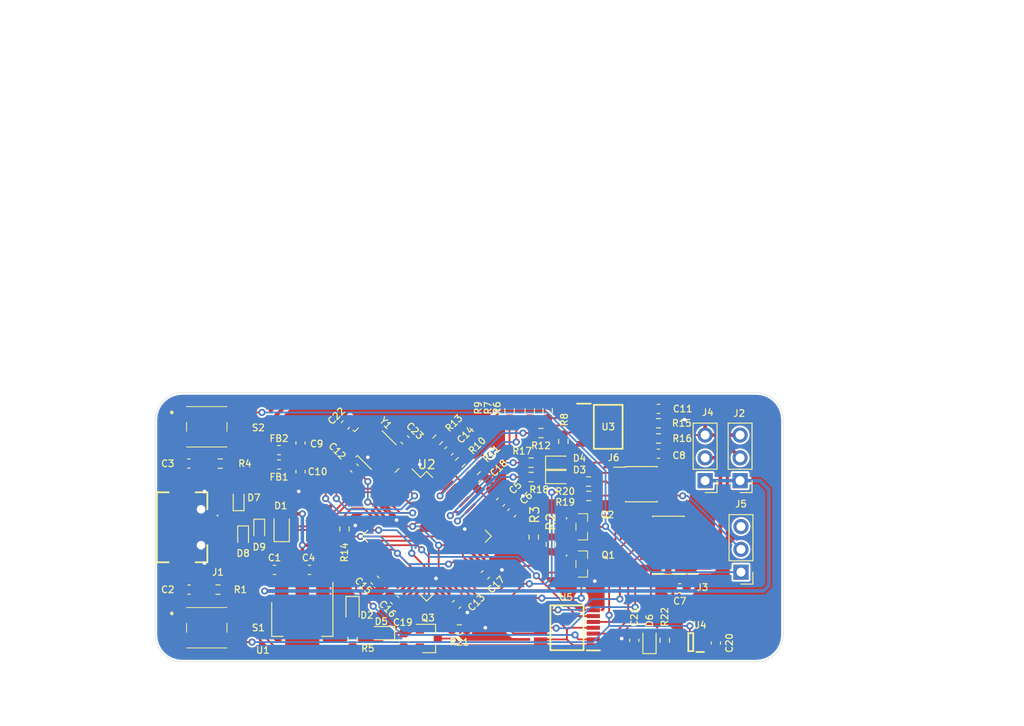
<source format=kicad_pcb>
(kicad_pcb (version 20171130) (host pcbnew "(5.1.10)-1")
  (title_block (title "Espressif Programmer") (rev 1.0) (company "Sipel SRL") (comment 1 "Autor: Gonzalo Sanchez") (comment 2 "Licencia: Open source hardware"))
  (layers (0 F.Cu signal) (31 B.Cu signal) (34 B.Paste user) (35 F.Paste user) (36 B.SilkS user) (37 F.SilkS user) (38 B.Mask user) (39 F.Mask user) (44 Edge.Cuts user))
  (net 0 "")
  (net 1 GND)
  (net 2 +5V)
  (net 3 +3V3)
  (net 4 +1V8)
  (net 5 VDDA)
  (net 6 VDD)
  (net 7 "Net-(C9-Pad1)")
  (net 8 "Net-(C10-Pad1)")
  (net 9 "Net-(C19-Pad2)")
  (net 10 +3.3VP)
  (net 11 /ftdi/ESP_EN_N)
  (net 12 "Net-(D1-Pad2)")
  (net 13 "Net-(D2-Pad2)")
  (net 14 "Net-(D3-Pad1)")
  (net 15 "Net-(D4-Pad1)")
  (net 16 "Net-(D6-Pad2)")
  (net 17 /ftdi/EEDATA)
  (net 18 /ftdi/EECLK)
  (net 19 /ftdi/EECS)
  (net 20 /ftdi/FT_TCK)
  (net 21 /ftdi/FT_TDI)
  (net 22 /ftdi/FT_TDO)
  (net 23 /ftdi/FT_TMS)
  (net 24 "Net-(J1-Pad4)")
  (net 25 "Net-(J3-Pad10)")
  (net 26 "Net-(J5-Pad3)")
  (net 27 "Net-(Q1-Pad1)")
  (net 28 "Net-(Q2-Pad1)")
  (net 29 "Net-(R10-Pad1)")
  (net 30 "Net-(R11-Pad1)")
  (net 31 "Net-(R12-Pad1)")
  (net 32 "Net-(R13-Pad1)")
  (net 33 "Net-(R14-Pad1)")
  (net 34 "Net-(R17-Pad2)")
  (net 35 "Net-(R18-Pad2)")
  (net 36 "Net-(R19-Pad2)")
  (net 37 "Net-(R20-Pad2)")
  (net 38 "Net-(U2-Pad60)")
  (net 39 "Net-(U2-Pad59)")
  (net 40 "Net-(U2-Pad58)")
  (net 41 "Net-(U2-Pad57)")
  (net 42 "Net-(U2-Pad53)")
  (net 43 "Net-(U2-Pad52)")
  (net 44 "Net-(U2-Pad48)")
  (net 45 "Net-(U2-Pad46)")
  (net 46 "Net-(U2-Pad45)")
  (net 47 "Net-(U2-Pad44)")
  (net 48 "Net-(U2-Pad41)")
  (net 49 "Net-(U2-Pad36)")
  (net 50 "Net-(U2-Pad34)")
  (net 51 "Net-(U2-Pad33)")
  (net 52 "Net-(U2-Pad32)")
  (net 53 "Net-(U2-Pad30)")
  (net 54 "Net-(U2-Pad29)")
  (net 55 "Net-(U2-Pad28)")
  (net 56 "Net-(U2-Pad27)")
  (net 57 "Net-(U2-Pad26)")
  (net 58 "Net-(U2-Pad24)")
  (net 59 "Net-(U2-Pad23)")
  (net 60 "Net-(U2-Pad22)")
  (net 61 "Net-(U2-Pad21)")
  (net 62 "Net-(R8-Pad1)")
  (net 63 "Net-(R15-Pad2)")
  (net 64 "Net-(R16-Pad2)")
  (net 65 "Net-(U4-Pad1)")
  (net 66 "Net-(C22-Pad1)")
  (net 67 "Net-(C23-Pad1)")
  (net 68 /conectores_fuente/ESP_EN)
  (net 69 /conectores_fuente/ESP_IO0_B)
  (net 70 /conectores_fuente/USB_DP)
  (net 71 /conectores_fuente/USB_DM)
  (net 72 /conectores_fuente/ESP_TDI)
  (net 73 /conectores_fuente/ESP_TDO)
  (net 74 /conectores_fuente/ESP_TCK)
  (net 75 /conectores_fuente/ESP_TMS)
  (net 76 /conectores_fuente/ESP_IO0)
  (net 77 /conectores_fuente/ESP_RXD0)
  (net 78 /conectores_fuente/ESP_TXD0)
  (net 79 /conectores_fuente/FT_nRTS)
  (net 80 /conectores_fuente/FT_nDTR)
  (module SamacSys_Parts:SOIC127P600X175-8N (layer F.Cu) (at 150.5 103.8)
    (fp_text reference U3 (at 0 0) (layer F.SilkS) (effects (font (size 0.75 0.75) (thickness 0.13))))
    (fp_text value M93C46-WMN6TP hide)
    (pad 8 smd rect (at 2.712 -1.905 90) (size 0.65 1.525) (layers F.Cu F.Paste F.Mask) (net 3 +3V3))
    (pad 7 smd rect (at 2.712 -0.635 90) (size 0.65 1.525) (layers F.Cu F.Paste F.Mask) (net 63 "Net-(R15-Pad2)"))
    (pad 6 smd rect (at 2.712 0.635 90) (size 0.65 1.525) (layers F.Cu F.Paste F.Mask) (net 64 "Net-(R16-Pad2)"))
    (pad 5 smd rect (at 2.712 1.905 90) (size 0.65 1.525) (layers F.Cu F.Paste F.Mask) (net 1 GND))
    (pad 4 smd rect (at -2.712 1.905 90) (size 0.65 1.525) (layers F.Cu F.Paste F.Mask) (net 62 "Net-(R8-Pad1)"))
    (pad 3 smd rect (at -2.712 0.635 90) (size 0.65 1.525) (layers F.Cu F.Paste F.Mask) (net 17 /ftdi/EEDATA))
    (pad 2 smd rect (at -2.712 -0.635 90) (size 0.65 1.525) (layers F.Cu F.Paste F.Mask) (net 18 /ftdi/EECLK))
    (pad 1 smd rect (at -2.712 -1.905 90) (size 0.65 1.525) (layers F.Cu F.Paste F.Mask) (net 19 /ftdi/EECS))
  )
  (module SamacSys_Parts:SOT65P210X110-5N (layer F.Cu) (at 159.7 127.8 180)
    (fp_text reference U4 (at -1 1.9) (layer F.SilkS) (effects (font (size 0.75 0.75) (thickness 0.13))))
    (fp_text value MC74VHC1GT04DFT1 hide)
    (pad 5 smd rect (at 1.05 -0.65 270) (size 0.4 0.85) (layers F.Cu F.Paste F.Mask) (net 10 +3.3VP))
    (pad 4 smd rect (at 1.05 0.65 270) (size 0.4 0.85) (layers F.Cu F.Paste F.Mask) (net 16 "Net-(D6-Pad2)"))
    (pad 3 smd rect (at -1.05 0.65 270) (size 0.4 0.85) (layers F.Cu F.Paste F.Mask) (net 1 GND))
    (pad 2 smd rect (at -1.05 0 270) (size 0.4 0.85) (layers F.Cu F.Paste F.Mask) (net 68 /conectores_fuente/ESP_EN))
    (pad 1 smd rect (at -1.05 -0.65 270) (size 0.4 0.85) (layers F.Cu F.Paste F.Mask) (net 65 "Net-(U4-Pad1)"))
  )
  (module SamacSys_Parts:PTS647SM38SMTR2LFS (layer F.Cu) (at 105.75 126.2)
    (fp_text reference S1 (at 5.75 0) (layer F.SilkS) (effects (font (size 0.75 0.75) (thickness 0.13))))
    (fp_text value PTS647SN38SMTR2LFS hide)
    (pad 4 smd rect (at 2.625 1.6 90) (size 1 1.55) (layers F.Cu F.Paste F.Mask) (net 68 /conectores_fuente/ESP_EN))
    (pad 3 smd rect (at -2.625 1.6 90) (size 1 1.55) (layers F.Cu F.Paste F.Mask) (net 1 GND))
    (pad 2 smd rect (at 2.625 -1.6 90) (size 1 1.55) (layers F.Cu F.Paste F.Mask) (net 68 /conectores_fuente/ESP_EN))
    (pad 1 smd rect (at -2.625 -1.6 90) (size 1 1.55) (layers F.Cu F.Paste F.Mask) (net 1 GND))
  )
  (module SamacSys_Parts:PTS647SM38SMTR2LFS (layer F.Cu) (at 105.75 103.8)
    (fp_text reference S2 (at 5.75 0.1) (layer F.SilkS) (effects (font (size 0.75 0.75) (thickness 0.13))))
    (fp_text value PTS647SN38SMTR2LFS hide)
    (pad 4 smd rect (at 2.625 1.6 90) (size 1 1.55) (layers F.Cu F.Paste F.Mask) (net 69 /conectores_fuente/ESP_IO0_B))
    (pad 3 smd rect (at -2.625 1.6 90) (size 1 1.55) (layers F.Cu F.Paste F.Mask) (net 1 GND))
    (pad 2 smd rect (at 2.625 -1.6 90) (size 1 1.55) (layers F.Cu F.Paste F.Mask) (net 69 /conectores_fuente/ESP_IO0_B))
    (pad 1 smd rect (at -2.625 -1.6 90) (size 1 1.55) (layers F.Cu F.Paste F.Mask) (net 1 GND))
  )
  (module SamacSys_Parts:SOP65P640X110-14N (layer F.Cu) (at 145.9 126.2 180)
    (fp_text reference U5 (at 0.1 3.4) (layer F.SilkS) (effects (font (size 0.75 0.75) (thickness 0.13))))
    (fp_text value 74AHC125PW-Q100,11 hide)
    (pad 14 smd rect (at 2.938 -1.95 270) (size 0.45 1.475) (layers F.Cu F.Paste F.Mask) (net 10 +3.3VP))
    (pad 13 smd rect (at 2.938 -1.3 270) (size 0.45 1.475) (layers F.Cu F.Paste F.Mask) (net 11 /ftdi/ESP_EN_N))
    (pad 12 smd rect (at 2.938 -0.65 270) (size 0.45 1.475) (layers F.Cu F.Paste F.Mask) (net 20 /ftdi/FT_TCK))
    (pad 11 smd rect (at 2.938 0 270) (size 0.45 1.475) (layers F.Cu F.Paste F.Mask) (net 74 /conectores_fuente/ESP_TCK))
    (pad 10 smd rect (at 2.938 0.65 270) (size 0.45 1.475) (layers F.Cu F.Paste F.Mask) (net 11 /ftdi/ESP_EN_N))
    (pad 9 smd rect (at 2.938 1.3 270) (size 0.45 1.475) (layers F.Cu F.Paste F.Mask) (net 21 /ftdi/FT_TDI))
    (pad 8 smd rect (at 2.938 1.95 270) (size 0.45 1.475) (layers F.Cu F.Paste F.Mask) (net 72 /conectores_fuente/ESP_TDI))
    (pad 7 smd rect (at -2.938 1.95 270) (size 0.45 1.475) (layers F.Cu F.Paste F.Mask) (net 1 GND))
    (pad 6 smd rect (at -2.938 1.3 270) (size 0.45 1.475) (layers F.Cu F.Paste F.Mask) (net 22 /ftdi/FT_TDO))
    (pad 5 smd rect (at -2.938 0.65 270) (size 0.45 1.475) (layers F.Cu F.Paste F.Mask) (net 73 /conectores_fuente/ESP_TDO))
    (pad 4 smd rect (at -2.938 0 270) (size 0.45 1.475) (layers F.Cu F.Paste F.Mask) (net 11 /ftdi/ESP_EN_N))
    (pad 3 smd rect (at -2.938 -0.65 270) (size 0.45 1.475) (layers F.Cu F.Paste F.Mask) (net 75 /conectores_fuente/ESP_TMS))
    (pad 2 smd rect (at -2.938 -1.3 270) (size 0.45 1.475) (layers F.Cu F.Paste F.Mask) (net 23 /ftdi/FT_TMS))
    (pad 1 smd rect (at -2.938 -1.95 270) (size 0.45 1.475) (layers F.Cu F.Paste F.Mask) (net 11 /ftdi/ESP_EN_N))
  )
  (module Connector_PinHeader_1.27mm:PinHeader_2x03_P1.27mm_Vertical_SMD (layer F.Cu) (at 154.2 110.2)
    (fp_text reference J6 (at -3.1 -2.965) (layer F.SilkS) (effects (font (size 0.75 0.75) (thickness 0.13))))
    (fp_text value Conn_02x03_Odd_Even)
    (pad 6 smd rect (at 1.95 1.27) (size 2.4 0.74) (layers F.Cu F.Paste F.Mask) (net 76 /conectores_fuente/ESP_IO0))
    (pad 5 smd rect (at -1.95 1.27) (size 2.4 0.74) (layers F.Cu F.Paste F.Mask) (net 77 /conectores_fuente/ESP_RXD0))
    (pad 4 smd rect (at 1.95 0) (size 2.4 0.74) (layers F.Cu F.Paste F.Mask) (net 1 GND))
    (pad 3 smd rect (at -1.95 0) (size 2.4 0.74) (layers F.Cu F.Paste F.Mask) (net 78 /conectores_fuente/ESP_TXD0))
    (pad 2 smd rect (at 1.95 -1.27) (size 2.4 0.74) (layers F.Cu F.Paste F.Mask) (net 6 VDD))
    (pad 1 smd rect (at -1.95 -1.27) (size 2.4 0.74) (layers F.Cu F.Paste F.Mask) (net 68 /conectores_fuente/ESP_EN))
  )
  (module Capacitor_SMD:C_0603_1608Metric (layer F.Cu) (at 127.851992 105.251992 135)
    (fp_text reference C23 (at -0.070711 1.484924 135) (layer F.SilkS) (effects (font (size 0.75 0.75) (thickness 0.13))))
    (fp_text value "12pF 5%")
    (pad 2 smd roundrect (at 0.775 0 135) (size 0.9 0.95) (layers F.Cu F.Paste F.Mask) (net 1 GND))
    (pad 1 smd roundrect (at -0.775 0 135) (size 0.9 0.95) (layers F.Cu F.Paste F.Mask) (net 67 "Net-(C23-Pad1)"))
  )
  (module Capacitor_SMD:C_0603_1608Metric (layer F.Cu) (at 121.2 103.6 45)
    (fp_text reference C22 (at 0 -1.414214 225) (layer F.SilkS) (effects (font (size 0.75 0.75) (thickness 0.13))))
    (fp_text value "12pF 5%")
    (pad 2 smd roundrect (at 0.775 0 45) (size 0.9 0.95) (layers F.Cu F.Paste F.Mask) (net 1 GND))
    (pad 1 smd roundrect (at -0.775 0 45) (size 0.9 0.95) (layers F.Cu F.Paste F.Mask) (net 66 "Net-(C22-Pad1)"))
  )
  (module SamacSys_Parts:UJ2MIBHGSMTTR (layer F.Cu) (at 103 115 270)
    (fp_text reference J1 (at 5 -4) (layer F.SilkS) (effects (font (size 0.75 0.75) (thickness 0.13))))
    (fp_text value UJ2-MIBH-G-SMT-TR hide)
    (pad 6 smd rect (at 3.95 0.035 270) (size 1.9 1.9) (layers F.Cu F.Paste F.Mask) (net 1 GND))
    (pad 6 smd rect (at 1.2 0.035 270) (size 1.9 1.9) (layers F.Cu F.Paste F.Mask) (net 1 GND))
    (pad 6 smd rect (at -1.2 0.035 270) (size 1.9 1.9) (layers F.Cu F.Paste F.Mask) (net 1 GND))
    (pad 6 smd rect (at -3.95 0.035 270) (size 1.9 1.9) (layers F.Cu F.Paste F.Mask) (net 1 GND))
    (pad MH2 np_thru_hole circle (at 2 -2.115 270) (size 0.55 0) (drill 0.55) (layers *.Cu *.Mask))
    (pad MH1 np_thru_hole circle (at -2 -2.115 270) (size 0.55 0) (drill 0.55) (layers *.Cu *.Mask))
    (pad 4 smd rect (at 0.65 -2.64 270) (size 0.4 1.35) (layers F.Cu F.Paste F.Mask) (net 24 "Net-(J1-Pad4)"))
    (pad 3 smd rect (at 0 -2.64 270) (size 0.4 1.35) (layers F.Cu F.Paste F.Mask) (net 70 /conectores_fuente/USB_DP))
    (pad 2 smd rect (at -0.65 -2.64 270) (size 0.4 1.35) (layers F.Cu F.Paste F.Mask) (net 71 /conectores_fuente/USB_DM))
    (pad 5 smd rect (at 1.3 -2.64 270) (size 0.4 1.35) (layers F.Cu F.Paste F.Mask) (net 1 GND))
    (pad 1 smd rect (at -1.3 -2.64 270) (size 0.4 1.35) (layers F.Cu F.Paste F.Mask) (net 12 "Net-(D1-Pad2)"))
  )
  (module Crystal:Crystal_SMD_0603-4Pin_6.0x3.5mm (layer F.Cu) (at 124.7 106.4 315)
    (fp_text reference Y1 (at -1.414214 -2.828427 135) (layer F.SilkS) (effects (font (size 0.75 0.75) (thickness 0.13))))
    (fp_text value ECS-120-18-33-JEM-TR)
    (pad 4 smd rect (at -2.2 -1.2 315) (size 1.8 1.4) (layers F.Cu F.Paste F.Mask) (net 1 GND))
    (pad 3 smd rect (at 2.2 -1.2 315) (size 1.8 1.4) (layers F.Cu F.Paste F.Mask) (net 67 "Net-(C23-Pad1)"))
    (pad 2 smd rect (at 2.2 1.2 315) (size 1.8 1.4) (layers F.Cu F.Paste F.Mask) (net 1 GND))
    (pad 1 smd rect (at -2.2 1.2 315) (size 1.8 1.4) (layers F.Cu F.Paste F.Mask) (net 66 "Net-(C22-Pad1)"))
  )
  (module Package_QFP:LQFP-64_10x10mm_P0.5mm (layer F.Cu) (at 130.25 116 315)
    (fp_text reference U2 (at -5.656854 -5.656854 180) (layer F.SilkS))
    (fp_text value FT2232HL)
    (pad 64 smd roundrect (at -3.75 -5.675 315) (size 0.3 1.55) (layers F.Cu F.Paste F.Mask) (net 4 +1V8))
    (pad 63 smd roundrect (at -3.25 -5.675 315) (size 0.3 1.55) (layers F.Cu F.Paste F.Mask) (net 29 "Net-(R10-Pad1)"))
    (pad 62 smd roundrect (at -2.75 -5.675 315) (size 0.3 1.55) (layers F.Cu F.Paste F.Mask) (net 30 "Net-(R11-Pad1)"))
    (pad 61 smd roundrect (at -2.25 -5.675 315) (size 0.3 1.55) (layers F.Cu F.Paste F.Mask) (net 31 "Net-(R12-Pad1)"))
    (pad 60 smd roundrect (at -1.75 -5.675 315) (size 0.3 1.55) (layers F.Cu F.Paste F.Mask) (net 38 "Net-(U2-Pad60)"))
    (pad 59 smd roundrect (at -1.25 -5.675 315) (size 0.3 1.55) (layers F.Cu F.Paste F.Mask) (net 39 "Net-(U2-Pad59)"))
    (pad 58 smd roundrect (at -0.75 -5.675 315) (size 0.3 1.55) (layers F.Cu F.Paste F.Mask) (net 40 "Net-(U2-Pad58)"))
    (pad 57 smd roundrect (at -0.25 -5.675 315) (size 0.3 1.55) (layers F.Cu F.Paste F.Mask) (net 41 "Net-(U2-Pad57)"))
    (pad 56 smd roundrect (at 0.25 -5.675 315) (size 0.3 1.55) (layers F.Cu F.Paste F.Mask) (net 3 +3V3))
    (pad 55 smd roundrect (at 0.75 -5.675 315) (size 0.3 1.55) (layers F.Cu F.Paste F.Mask) (net 35 "Net-(R18-Pad2)"))
    (pad 54 smd roundrect (at 1.25 -5.675 315) (size 0.3 1.55) (layers F.Cu F.Paste F.Mask) (net 34 "Net-(R17-Pad2)"))
    (pad 53 smd roundrect (at 1.75 -5.675 315) (size 0.3 1.55) (layers F.Cu F.Paste F.Mask) (net 42 "Net-(U2-Pad53)"))
    (pad 52 smd roundrect (at 2.25 -5.675 315) (size 0.3 1.55) (layers F.Cu F.Paste F.Mask) (net 43 "Net-(U2-Pad52)"))
    (pad 51 smd roundrect (at 2.75 -5.675 315) (size 0.3 1.55) (layers F.Cu F.Paste F.Mask) (net 1 GND))
    (pad 50 smd roundrect (at 3.25 -5.675 315) (size 0.3 1.55) (layers F.Cu F.Paste F.Mask) (net 3 +3V3))
    (pad 49 smd roundrect (at 3.75 -5.675 315) (size 0.3 1.55) (layers F.Cu F.Paste F.Mask) (net 4 +1V8))
    (pad 48 smd roundrect (at 5.675 -3.75 315) (size 1.55 0.3) (layers F.Cu F.Paste F.Mask) (net 44 "Net-(U2-Pad48)"))
    (pad 47 smd roundrect (at 5.675 -3.25 315) (size 1.55 0.3) (layers F.Cu F.Paste F.Mask) (net 1 GND))
    (pad 46 smd roundrect (at 5.675 -2.75 315) (size 1.55 0.3) (layers F.Cu F.Paste F.Mask) (net 45 "Net-(U2-Pad46)"))
    (pad 45 smd roundrect (at 5.675 -2.25 315) (size 1.55 0.3) (layers F.Cu F.Paste F.Mask) (net 46 "Net-(U2-Pad45)"))
    (pad 44 smd roundrect (at 5.675 -1.75 315) (size 1.55 0.3) (layers F.Cu F.Paste F.Mask) (net 47 "Net-(U2-Pad44)"))
    (pad 43 smd roundrect (at 5.675 -1.25 315) (size 1.55 0.3) (layers F.Cu F.Paste F.Mask) (net 80 /conectores_fuente/FT_nDTR))
    (pad 42 smd roundrect (at 5.675 -0.75 315) (size 1.55 0.3) (layers F.Cu F.Paste F.Mask) (net 3 +3V3))
    (pad 41 smd roundrect (at 5.675 -0.25 315) (size 1.55 0.3) (layers F.Cu F.Paste F.Mask) (net 48 "Net-(U2-Pad41)"))
    (pad 40 smd roundrect (at 5.675 0.25 315) (size 1.55 0.3) (layers F.Cu F.Paste F.Mask) (net 79 /conectores_fuente/FT_nRTS))
    (pad 39 smd roundrect (at 5.675 0.75 315) (size 1.55 0.3) (layers F.Cu F.Paste F.Mask) (net 37 "Net-(R20-Pad2)"))
    (pad 38 smd roundrect (at 5.675 1.25 315) (size 1.55 0.3) (layers F.Cu F.Paste F.Mask) (net 36 "Net-(R19-Pad2)"))
    (pad 37 smd roundrect (at 5.675 1.75 315) (size 1.55 0.3) (layers F.Cu F.Paste F.Mask) (net 4 +1V8))
    (pad 36 smd roundrect (at 5.675 2.25 315) (size 1.55 0.3) (layers F.Cu F.Paste F.Mask) (net 49 "Net-(U2-Pad36)"))
    (pad 35 smd roundrect (at 5.675 2.75 315) (size 1.55 0.3) (layers F.Cu F.Paste F.Mask) (net 1 GND))
    (pad 34 smd roundrect (at 5.675 3.25 315) (size 1.55 0.3) (layers F.Cu F.Paste F.Mask) (net 50 "Net-(U2-Pad34)"))
    (pad 33 smd roundrect (at 5.675 3.75 315) (size 1.55 0.3) (layers F.Cu F.Paste F.Mask) (net 51 "Net-(U2-Pad33)"))
    (pad 32 smd roundrect (at 3.75 5.675 315) (size 0.3 1.55) (layers F.Cu F.Paste F.Mask) (net 52 "Net-(U2-Pad32)"))
    (pad 31 smd roundrect (at 3.25 5.675 315) (size 0.3 1.55) (layers F.Cu F.Paste F.Mask) (net 3 +3V3))
    (pad 30 smd roundrect (at 2.75 5.675 315) (size 0.3 1.55) (layers F.Cu F.Paste F.Mask) (net 53 "Net-(U2-Pad30)"))
    (pad 29 smd roundrect (at 2.25 5.675 315) (size 0.3 1.55) (layers F.Cu F.Paste F.Mask) (net 54 "Net-(U2-Pad29)"))
    (pad 28 smd roundrect (at 1.75 5.675 315) (size 0.3 1.55) (layers F.Cu F.Paste F.Mask) (net 55 "Net-(U2-Pad28)"))
    (pad 27 smd roundrect (at 1.25 5.675 315) (size 0.3 1.55) (layers F.Cu F.Paste F.Mask) (net 56 "Net-(U2-Pad27)"))
    (pad 26 smd roundrect (at 0.75 5.675 315) (size 0.3 1.55) (layers F.Cu F.Paste F.Mask) (net 57 "Net-(U2-Pad26)"))
    (pad 25 smd roundrect (at 0.25 5.675 315) (size 0.3 1.55) (layers F.Cu F.Paste F.Mask) (net 1 GND))
    (pad 24 smd roundrect (at -0.25 5.675 315) (size 0.3 1.55) (layers F.Cu F.Paste F.Mask) (net 58 "Net-(U2-Pad24)"))
    (pad 23 smd roundrect (at -0.75 5.675 315) (size 0.3 1.55) (layers F.Cu F.Paste F.Mask) (net 59 "Net-(U2-Pad23)"))
    (pad 22 smd roundrect (at -1.25 5.675 315) (size 0.3 1.55) (layers F.Cu F.Paste F.Mask) (net 60 "Net-(U2-Pad22)"))
    (pad 21 smd roundrect (at -1.75 5.675 315) (size 0.3 1.55) (layers F.Cu F.Paste F.Mask) (net 61 "Net-(U2-Pad21)"))
    (pad 20 smd roundrect (at -2.25 5.675 315) (size 0.3 1.55) (layers F.Cu F.Paste F.Mask) (net 3 +3V3))
    (pad 19 smd roundrect (at -2.75 5.675 315) (size 0.3 1.55) (layers F.Cu F.Paste F.Mask) (net 23 /ftdi/FT_TMS))
    (pad 18 smd roundrect (at -3.25 5.675 315) (size 0.3 1.55) (layers F.Cu F.Paste F.Mask) (net 22 /ftdi/FT_TDO))
    (pad 17 smd roundrect (at -3.75 5.675 315) (size 0.3 1.55) (layers F.Cu F.Paste F.Mask) (net 21 /ftdi/FT_TDI))
    (pad 16 smd roundrect (at -5.675 3.75 315) (size 1.55 0.3) (layers F.Cu F.Paste F.Mask) (net 20 /ftdi/FT_TCK))
    (pad 15 smd roundrect (at -5.675 3.25 315) (size 1.55 0.3) (layers F.Cu F.Paste F.Mask) (net 1 GND))
    (pad 14 smd roundrect (at -5.675 2.75 315) (size 1.55 0.3) (layers F.Cu F.Paste F.Mask) (net 33 "Net-(R14-Pad1)"))
    (pad 13 smd roundrect (at -5.675 2.25 315) (size 1.55 0.3) (layers F.Cu F.Paste F.Mask) (net 1 GND))
    (pad 12 smd roundrect (at -5.675 1.75 315) (size 1.55 0.3) (layers F.Cu F.Paste F.Mask) (net 4 +1V8))
    (pad 11 smd roundrect (at -5.675 1.25 315) (size 1.55 0.3) (layers F.Cu F.Paste F.Mask) (net 1 GND))
    (pad 10 smd roundrect (at -5.675 0.75 315) (size 1.55 0.3) (layers F.Cu F.Paste F.Mask) (net 1 GND))
    (pad 9 smd roundrect (at -5.675 0.25 315) (size 1.55 0.3) (layers F.Cu F.Paste F.Mask) (net 8 "Net-(C10-Pad1)"))
    (pad 8 smd roundrect (at -5.675 -0.25 315) (size 1.55 0.3) (layers F.Cu F.Paste F.Mask) (net 70 /conectores_fuente/USB_DP))
    (pad 7 smd roundrect (at -5.675 -0.75 315) (size 1.55 0.3) (layers F.Cu F.Paste F.Mask) (net 71 /conectores_fuente/USB_DM))
    (pad 6 smd roundrect (at -5.675 -1.25 315) (size 1.55 0.3) (layers F.Cu F.Paste F.Mask) (net 32 "Net-(R13-Pad1)"))
    (pad 5 smd roundrect (at -5.675 -1.75 315) (size 1.55 0.3) (layers F.Cu F.Paste F.Mask) (net 1 GND))
    (pad 4 smd roundrect (at -5.675 -2.25 315) (size 1.55 0.3) (layers F.Cu F.Paste F.Mask) (net 7 "Net-(C9-Pad1)"))
    (pad 3 smd roundrect (at -5.675 -2.75 315) (size 1.55 0.3) (layers F.Cu F.Paste F.Mask) (net 66 "Net-(C22-Pad1)"))
    (pad 2 smd roundrect (at -5.675 -3.25 315) (size 1.55 0.3) (layers F.Cu F.Paste F.Mask) (net 67 "Net-(C23-Pad1)"))
    (pad 1 smd roundrect (at -5.675 -3.75 315) (size 1.55 0.3) (layers F.Cu F.Paste F.Mask) (net 1 GND))
  )
  (module Package_TO_SOT_SMD:SOT-223-3_TabPin2 (layer F.Cu) (at 116.4 125.25 270)
    (fp_text reference U1 (at 3.45 4.4) (layer F.SilkS) (effects (font (size 0.75 0.75) (thickness 0.13))))
    (fp_text value LD1117S33TR_SOT223)
    (pad 1 smd rect (at -3.15 -2.3 270) (size 2 1.5) (layers F.Cu F.Paste F.Mask) (net 1 GND))
    (pad 3 smd rect (at -3.15 2.3 270) (size 2 1.5) (layers F.Cu F.Paste F.Mask) (net 2 +5V))
    (pad 2 smd rect (at -3.15 0 270) (size 2 1.5) (layers F.Cu F.Paste F.Mask) (net 3 +3V3))
    (pad 2 smd rect (at 3.15 0 270) (size 2 3.8) (layers F.Cu F.Paste F.Mask) (net 3 +3V3))
  )
  (module Resistor_SMD:R_0603_1608Metric (layer F.Cu) (at 156.8 127.6 90)
    (fp_text reference R22 (at 2.6 0 90) (layer F.SilkS) (effects (font (size 0.75 0.75) (thickness 0.13))))
    (fp_text value 10K)
    (pad 2 smd roundrect (at 0.825 0 90) (size 0.8 0.95) (layers F.Cu F.Paste F.Mask) (net 16 "Net-(D6-Pad2)"))
    (pad 1 smd roundrect (at -0.825 0 90) (size 0.8 0.95) (layers F.Cu F.Paste F.Mask) (net 11 /ftdi/ESP_EN_N))
  )
  (module Resistor_SMD:R_0603_1608Metric (layer F.Cu) (at 133.9 126.4 180)
    (fp_text reference R21 (at 0 -1.4) (layer F.SilkS) (effects (font (size 0.75 0.75) (thickness 0.13))))
    (fp_text value 10K)
    (pad 2 smd roundrect (at 0.825 0 180) (size 0.8 0.95) (layers F.Cu F.Paste F.Mask) (net 9 "Net-(C19-Pad2)"))
    (pad 1 smd roundrect (at -0.825 0 180) (size 0.8 0.95) (layers F.Cu F.Paste F.Mask) (net 1 GND))
  )
  (module Resistor_SMD:R_0603_1608Metric (layer F.Cu) (at 148.3 109.9 180)
    (fp_text reference R20 (at 2.6 -1.1) (layer F.SilkS) (effects (font (size 0.75 0.75) (thickness 0.13))))
    (fp_text value 0ohm)
    (pad 2 smd roundrect (at 0.825 0 180) (size 0.8 0.95) (layers F.Cu F.Paste F.Mask) (net 37 "Net-(R20-Pad2)"))
    (pad 1 smd roundrect (at -0.825 0 180) (size 0.8 0.95) (layers F.Cu F.Paste F.Mask) (net 78 /conectores_fuente/ESP_TXD0))
  )
  (module Resistor_SMD:R_0603_1608Metric (layer F.Cu) (at 148.325 111.5 180)
    (fp_text reference R19 (at 2.625 -0.7) (layer F.SilkS) (effects (font (size 0.75 0.75) (thickness 0.13))))
    (fp_text value 0ohm)
    (pad 2 smd roundrect (at 0.825 0 180) (size 0.8 0.95) (layers F.Cu F.Paste F.Mask) (net 36 "Net-(R19-Pad2)"))
    (pad 1 smd roundrect (at -0.825 0 180) (size 0.8 0.95) (layers F.Cu F.Paste F.Mask) (net 77 /conectores_fuente/ESP_RXD0))
  )
  (module Resistor_SMD:R_0603_1608Metric (layer F.Cu) (at 141.9 107.8 180)
    (fp_text reference R18 (at -0.9 -3) (layer F.SilkS) (effects (font (size 0.75 0.75) (thickness 0.13))))
    (fp_text value 2k2)
    (pad 2 smd roundrect (at 0.825 0 180) (size 0.8 0.95) (layers F.Cu F.Paste F.Mask) (net 35 "Net-(R18-Pad2)"))
    (pad 1 smd roundrect (at -0.825 0 180) (size 0.8 0.95) (layers F.Cu F.Paste F.Mask) (net 15 "Net-(D4-Pad1)"))
  )
  (module Resistor_SMD:R_0603_1608Metric (layer F.Cu) (at 141.9 109.4 180)
    (fp_text reference R17 (at 1 2.9) (layer F.SilkS) (effects (font (size 0.75 0.75) (thickness 0.13))))
    (fp_text value 2k2)
    (pad 2 smd roundrect (at 0.825 0 180) (size 0.8 0.95) (layers F.Cu F.Paste F.Mask) (net 34 "Net-(R17-Pad2)"))
    (pad 1 smd roundrect (at -0.825 0 180) (size 0.8 0.95) (layers F.Cu F.Paste F.Mask) (net 14 "Net-(D3-Pad1)"))
  )
  (module Resistor_SMD:R_0603_1608Metric (layer F.Cu) (at 156.1 105.1 180)
    (fp_text reference R16 (at -2.65 0) (layer F.SilkS) (effects (font (size 0.75 0.75) (thickness 0.13))))
    (fp_text value "0R 1%(NC)")
    (pad 2 smd roundrect (at 0.825 0 180) (size 0.8 0.95) (layers F.Cu F.Paste F.Mask) (net 64 "Net-(R16-Pad2)"))
    (pad 1 smd roundrect (at -0.825 0 180) (size 0.8 0.95) (layers F.Cu F.Paste F.Mask) (net 3 +3V3))
  )
  (module Resistor_SMD:R_0603_1608Metric (layer F.Cu) (at 156.1 103.4 180)
    (fp_text reference R15 (at -2.6 0) (layer F.SilkS) (effects (font (size 0.75 0.75) (thickness 0.13))))
    (fp_text value "0R 1%")
    (pad 2 smd roundrect (at 0.825 0 180) (size 0.8 0.95) (layers F.Cu F.Paste F.Mask) (net 63 "Net-(R15-Pad2)"))
    (pad 1 smd roundrect (at -0.825 0 180) (size 0.8 0.95) (layers F.Cu F.Paste F.Mask) (net 1 GND))
  )
  (module Resistor_SMD:R_0603_1608Metric (layer F.Cu) (at 121.1 115.2 270)
    (fp_text reference R14 (at 2.6 0 90) (layer F.SilkS) (effects (font (size 0.75 0.75) (thickness 0.13))))
    (fp_text value 1K)
    (pad 2 smd roundrect (at 0.825 0 270) (size 0.8 0.95) (layers F.Cu F.Paste F.Mask) (net 3 +3V3))
    (pad 1 smd roundrect (at -0.825 0 270) (size 0.8 0.95) (layers F.Cu F.Paste F.Mask) (net 33 "Net-(R14-Pad1)"))
  )
  (module Resistor_SMD:R_0603_1608Metric (layer F.Cu) (at 131.5 105.25 45)
    (fp_text reference R13 (at 2.58094 -0.035355 45) (layer F.SilkS) (effects (font (size 0.75 0.75) (thickness 0.13))))
    (fp_text value 12K)
    (pad 2 smd roundrect (at 0.825 0 45) (size 0.8 0.95) (layers F.Cu F.Paste F.Mask) (net 1 GND))
    (pad 1 smd roundrect (at -0.825 0 45) (size 0.8 0.95) (layers F.Cu F.Paste F.Mask) (net 32 "Net-(R13-Pad1)"))
  )
  (module Resistor_SMD:R_0603_1608Metric (layer F.Cu) (at 143 104.5)
    (fp_text reference R12 (at 0 1.4) (layer F.SilkS) (effects (font (size 0.75 0.75) (thickness 0.13))))
    (fp_text value 33ohm)
    (pad 2 smd roundrect (at 0.825 0) (size 0.8 0.95) (layers F.Cu F.Paste F.Mask) (net 17 /ftdi/EEDATA))
    (pad 1 smd roundrect (at -0.825 0) (size 0.8 0.95) (layers F.Cu F.Paste F.Mask) (net 31 "Net-(R12-Pad1)"))
  )
  (module Resistor_SMD:R_0603_1608Metric (layer F.Cu) (at 135.7 108.6 45)
    (fp_text reference R11 (at 2.545584 0 45) (layer F.SilkS) (effects (font (size 0.75 0.75) (thickness 0.13))))
    (fp_text value 33ohm)
    (pad 2 smd roundrect (at 0.825 0 45) (size 0.8 0.95) (layers F.Cu F.Paste F.Mask) (net 18 /ftdi/EECLK))
    (pad 1 smd roundrect (at -0.825 0 45) (size 0.8 0.95) (layers F.Cu F.Paste F.Mask) (net 30 "Net-(R11-Pad1)"))
  )
  (module Resistor_SMD:R_0603_1608Metric (layer F.Cu) (at 134 107.75 45)
    (fp_text reference R10 (at 2.65165 0.035355 45) (layer F.SilkS) (effects (font (size 0.75 0.75) (thickness 0.13))))
    (fp_text value 33ohm)
    (pad 2 smd roundrect (at 0.825 0 45) (size 0.8 0.95) (layers F.Cu F.Paste F.Mask) (net 19 /ftdi/EECS))
    (pad 1 smd roundrect (at -0.825 0 45) (size 0.8 0.95) (layers F.Cu F.Paste F.Mask) (net 29 "Net-(R10-Pad1)"))
  )
  (module Resistor_SMD:R_0603_1608Metric (layer F.Cu) (at 139.5 102 270)
    (fp_text reference R9 (at -0.3 3.5 90) (layer F.SilkS) (effects (font (size 0.75 0.75) (thickness 0.13))))
    (fp_text value "10K 1%")
    (pad 2 smd roundrect (at 0.825 0 270) (size 0.8 0.95) (layers F.Cu F.Paste F.Mask) (net 62 "Net-(R8-Pad1)"))
    (pad 1 smd roundrect (at -0.825 0 270) (size 0.8 0.95) (layers F.Cu F.Paste F.Mask) (net 3 +3V3))
  )
  (module Resistor_SMD:R_0603_1608Metric (layer F.Cu) (at 145.5 105.425 90)
    (fp_text reference R8 (at 2.425 0.1 90) (layer F.SilkS) (effects (font (size 0.75 0.75) (thickness 0.13))))
    (fp_text value "2.2k 1%")
    (pad 2 smd roundrect (at 0.825 0 90) (size 0.8 0.95) (layers F.Cu F.Paste F.Mask) (net 17 /ftdi/EEDATA))
    (pad 1 smd roundrect (at -0.825 0 90) (size 0.8 0.95) (layers F.Cu F.Paste F.Mask) (net 62 "Net-(R8-Pad1)"))
  )
  (module Resistor_SMD:R_0603_1608Metric (layer F.Cu) (at 141.75 102 270)
    (fp_text reference R7 (at -0.3 4.65 90) (layer F.SilkS) (effects (font (size 0.75 0.75) (thickness 0.13))))
    (fp_text value "10K 1%")
    (pad 2 smd roundrect (at 0.825 0 270) (size 0.8 0.95) (layers F.Cu F.Paste F.Mask) (net 18 /ftdi/EECLK))
    (pad 1 smd roundrect (at -0.825 0 270) (size 0.8 0.95) (layers F.Cu F.Paste F.Mask) (net 3 +3V3))
  )
  (module Resistor_SMD:R_0603_1608Metric (layer F.Cu) (at 143.75 102 270)
    (fp_text reference R6 (at -0.3 5.65 90) (layer F.SilkS) (effects (font (size 0.75 0.75) (thickness 0.13))))
    (fp_text value "10K 1%")
    (pad 2 smd roundrect (at 0.825 0 270) (size 0.8 0.95) (layers F.Cu F.Paste F.Mask) (net 19 /ftdi/EECS))
    (pad 1 smd roundrect (at -0.825 0 270) (size 0.8 0.95) (layers F.Cu F.Paste F.Mask) (net 3 +3V3))
  )
  (module Resistor_SMD:R_0603_1608Metric (layer F.Cu) (at 122 127.5 270)
    (fp_text reference R5 (at 1 -1.7) (layer F.SilkS) (effects (font (size 0.75 0.75) (thickness 0.13))))
    (fp_text value 2k2)
    (pad 2 smd roundrect (at 0.825 0 270) (size 0.8 0.95) (layers F.Cu F.Paste F.Mask) (net 3 +3V3))
    (pad 1 smd roundrect (at -0.825 0 270) (size 0.8 0.95) (layers F.Cu F.Paste F.Mask) (net 13 "Net-(D2-Pad2)"))
  )
  (module Resistor_SMD:R_0603_1608Metric (layer F.Cu) (at 107.25 107.9 180)
    (fp_text reference R4 (at -2.75 0) (layer F.SilkS) (effects (font (size 0.75 0.75) (thickness 0.13))))
    (fp_text value 10k)
    (pad 2 smd roundrect (at 0.825 0 180) (size 0.8 0.95) (layers F.Cu F.Paste F.Mask) (net 69 /conectores_fuente/ESP_IO0_B))
    (pad 1 smd roundrect (at -0.825 0 180) (size 0.8 0.95) (layers F.Cu F.Paste F.Mask) (net 3 +3V3))
  )
  (module Resistor_SMD:R_0603_1608Metric (layer F.Cu) (at 142.2 116.1 270)
    (fp_text reference R3 (at -2.5 -0.1 270) (layer F.SilkS))
    (fp_text value 10K)
    (pad 2 smd roundrect (at 0.825 0 270) (size 0.8 0.95) (layers F.Cu F.Paste F.Mask) (net 79 /conectores_fuente/FT_nRTS))
    (pad 1 smd roundrect (at -0.825 0 270) (size 0.8 0.95) (layers F.Cu F.Paste F.Mask) (net 28 "Net-(Q2-Pad1)"))
  )
  (module Resistor_SMD:R_0603_1608Metric (layer F.Cu) (at 144.1 116.9 90)
    (fp_text reference R2 (at 2.5 0 90) (layer F.SilkS))
    (fp_text value 10K)
    (pad 2 smd roundrect (at 0.825 0 90) (size 0.8 0.95) (layers F.Cu F.Paste F.Mask) (net 80 /conectores_fuente/FT_nDTR))
    (pad 1 smd roundrect (at -0.825 0 90) (size 0.8 0.95) (layers F.Cu F.Paste F.Mask) (net 27 "Net-(Q1-Pad1)"))
  )
  (module Resistor_SMD:R_0603_1608Metric (layer F.Cu) (at 107 121.95 180)
    (fp_text reference R1 (at -2.5 0) (layer F.SilkS) (effects (font (size 0.75 0.75) (thickness 0.13))))
    (fp_text value 10k)
    (pad 2 smd roundrect (at 0.825 0 180) (size 0.8 0.95) (layers F.Cu F.Paste F.Mask) (net 68 /conectores_fuente/ESP_EN))
    (pad 1 smd roundrect (at -0.825 0 180) (size 0.8 0.95) (layers F.Cu F.Paste F.Mask) (net 3 +3V3))
  )
  (module Package_TO_SOT_SMD:SOT-23 (layer F.Cu) (at 130.5 127.4)
    (fp_text reference Q3 (at -0.1 -2.3) (layer F.SilkS) (effects (font (size 0.75 0.75) (thickness 0.13))))
    (fp_text value AO3401A)
    (pad 3 smd rect (at 1 0) (size 0.9 0.8) (layers F.Cu F.Paste F.Mask) (net 10 +3.3VP))
    (pad 2 smd rect (at -1 0.95) (size 0.9 0.8) (layers F.Cu F.Paste F.Mask) (net 3 +3V3))
    (pad 1 smd rect (at -1 -0.95) (size 0.9 0.8) (layers F.Cu F.Paste F.Mask) (net 9 "Net-(C19-Pad2)"))
  )
  (module SamacSys_Parts:SI2305TP (layer F.Cu) (at 147.55 114.95 270)
    (fp_text reference Q2 (at -1.35 -2.85 180) (layer F.SilkS) (effects (font (size 0.75 0.75) (thickness 0.13))))
    (fp_text value MMSS8050-H-TP hide)
    (pad 3 smd rect (at 0 -1 270) (size 0.8 0.9) (layers F.Cu F.Paste F.Mask) (net 69 /conectores_fuente/ESP_IO0_B))
    (pad 2 smd rect (at 0.95 1 270) (size 0.8 0.9) (layers F.Cu F.Paste F.Mask) (net 80 /conectores_fuente/FT_nDTR))
    (pad 1 smd rect (at -0.95 1 270) (size 0.8 0.9) (layers F.Cu F.Paste F.Mask) (net 28 "Net-(Q2-Pad1)"))
  )
  (module SamacSys_Parts:SI2305TP (layer F.Cu) (at 147.55 119.1 270)
    (fp_text reference Q1 (at -1 -2.95 180) (layer F.SilkS) (effects (font (size 0.75 0.75) (thickness 0.13))))
    (fp_text value MMSS8050-H-TP hide)
    (pad 3 smd rect (at 0 -1 270) (size 0.8 0.9) (layers F.Cu F.Paste F.Mask) (net 68 /conectores_fuente/ESP_EN))
    (pad 2 smd rect (at 0.95 1 270) (size 0.8 0.9) (layers F.Cu F.Paste F.Mask) (net 79 /conectores_fuente/FT_nRTS))
    (pad 1 smd rect (at -0.95 1 270) (size 0.8 0.9) (layers F.Cu F.Paste F.Mask) (net 27 "Net-(Q1-Pad1)"))
  )
  (module Connector_PinHeader_2.54mm:PinHeader_1x03_P2.54mm_Vertical (layer F.Cu) (at 165.3 120 180)
    (fp_text reference J5 (at 0 7.6) (layer F.SilkS) (effects (font (size 0.75 0.75) (thickness 0.13))))
    (fp_text value Conn_01x03)
    (pad 3 thru_hole oval (at 0 5.08 180) (size 1.7 1.7) (drill 1) (layers *.Cu *.Mask) (net 26 "Net-(J5-Pad3)"))
    (pad 2 thru_hole oval (at 0 2.54 180) (size 1.7 1.7) (drill 1) (layers *.Cu *.Mask) (net 76 /conectores_fuente/ESP_IO0))
    (pad 1 thru_hole rect (at 0 0 180) (size 1.7 1.7) (drill 1) (layers *.Cu *.Mask) (net 69 /conectores_fuente/ESP_IO0_B))
  )
  (module Connector_PinHeader_2.54mm:PinHeader_1x03_P2.54mm_Vertical (layer F.Cu) (at 161.3 109.8 180)
    (fp_text reference J4 (at -0.3 7.6 180) (layer F.SilkS) (effects (font (size 0.75 0.75) (thickness 0.13))))
    (fp_text value Conn_01x03)
    (pad 3 thru_hole oval (at 0 5.08 180) (size 1.7 1.7) (drill 1) (layers *.Cu *.Mask) (net 3 +3V3))
    (pad 2 thru_hole oval (at 0 2.54 180) (size 1.7 1.7) (drill 1) (layers *.Cu *.Mask) (net 5 VDDA))
    (pad 1 thru_hole rect (at 0 0 180) (size 1.7 1.7) (drill 1) (layers *.Cu *.Mask) (net 2 +5V))
  )
  (module Connector_PinHeader_1.27mm:PinHeader_2x05_P1.27mm_Vertical_SMD (layer F.Cu) (at 157.2 117 180)
    (fp_text reference J3 (at -3.8 -4.7) (layer F.SilkS) (effects (font (size 0.75 0.75) (thickness 0.13))))
    (fp_text value Conn_02x05_Odd_Even)
    (pad 10 smd rect (at 1.95 2.54 180) (size 2.4 0.74) (layers F.Cu F.Paste F.Mask) (net 25 "Net-(J3-Pad10)"))
    (pad 9 smd rect (at -1.95 2.54 180) (size 2.4 0.74) (layers F.Cu F.Paste F.Mask) (net 1 GND))
    (pad 8 smd rect (at 1.95 1.27 180) (size 2.4 0.74) (layers F.Cu F.Paste F.Mask) (net 72 /conectores_fuente/ESP_TDI))
    (pad 7 smd rect (at -1.95 1.27 180) (size 2.4 0.74) (layers F.Cu F.Paste F.Mask) (net 1 GND))
    (pad 6 smd rect (at 1.95 0 180) (size 2.4 0.74) (layers F.Cu F.Paste F.Mask) (net 73 /conectores_fuente/ESP_TDO))
    (pad 5 smd rect (at -1.95 0 180) (size 2.4 0.74) (layers F.Cu F.Paste F.Mask) (net 1 GND))
    (pad 4 smd rect (at 1.95 -1.27 180) (size 2.4 0.74) (layers F.Cu F.Paste F.Mask) (net 74 /conectores_fuente/ESP_TCK))
    (pad 3 smd rect (at -1.95 -1.27 180) (size 2.4 0.74) (layers F.Cu F.Paste F.Mask) (net 1 GND))
    (pad 2 smd rect (at 1.95 -2.54 180) (size 2.4 0.74) (layers F.Cu F.Paste F.Mask) (net 75 /conectores_fuente/ESP_TMS))
    (pad 1 smd rect (at -1.95 -2.54 180) (size 2.4 0.74) (layers F.Cu F.Paste F.Mask) (net 5 VDDA))
  )
  (module Connector_PinHeader_2.54mm:PinHeader_1x03_P2.54mm_Vertical (layer F.Cu) (at 165.2 109.8 180)
    (fp_text reference J2 (at 0.1 7.5) (layer F.SilkS) (effects (font (size 0.75 0.75) (thickness 0.13))))
    (fp_text value Conn_01x03)
    (pad 3 thru_hole oval (at 0 5.08 180) (size 1.7 1.7) (drill 1) (layers *.Cu *.Mask) (net 3 +3V3))
    (pad 2 thru_hole oval (at 0 2.54 180) (size 1.7 1.7) (drill 1) (layers *.Cu *.Mask) (net 6 VDD))
    (pad 1 thru_hole rect (at 0 0 180) (size 1.7 1.7) (drill 1) (layers *.Cu *.Mask) (net 2 +5V))
  )
  (module Inductor_SMD:L_0603_1608Metric (layer F.Cu) (at 113.8 106.4)
    (fp_text reference FB2 (at 0 -1.3) (layer F.SilkS) (effects (font (size 0.75 0.75) (thickness 0.13))))
    (fp_text value Ferrite_Bead)
    (pad 2 smd roundrect (at 0.7875 0) (size 0.875 0.95) (layers F.Cu F.Paste F.Mask) (net 7 "Net-(C9-Pad1)"))
    (pad 1 smd roundrect (at -0.7875 0) (size 0.875 0.95) (layers F.Cu F.Paste F.Mask) (net 3 +3V3))
  )
  (module Inductor_SMD:L_0603_1608Metric (layer F.Cu) (at 113.8 108 180)
    (fp_text reference FB1 (at 0 -1.4) (layer F.SilkS) (effects (font (size 0.75 0.75) (thickness 0.13))))
    (fp_text value Ferrite_Bead)
    (pad 2 smd roundrect (at 0.7875 0 180) (size 0.875 0.95) (layers F.Cu F.Paste F.Mask) (net 3 +3V3))
    (pad 1 smd roundrect (at -0.7875 0 180) (size 0.875 0.95) (layers F.Cu F.Paste F.Mask) (net 8 "Net-(C10-Pad1)"))
  )
  (module Diode_SMD:D_SOD-523 (layer F.Cu) (at 111.6 115.25 270)
    (fp_text reference D9 (at 1.95 0) (layer F.SilkS) (effects (font (size 0.75 0.75) (thickness 0.13))))
    (fp_text value D_TVS)
    (pad 1 smd rect (at -0.7 0 90) (size 0.6 0.7) (layers F.Cu F.Paste F.Mask) (net 71 /conectores_fuente/USB_DM))
    (pad 2 smd rect (at 0.7 0 90) (size 0.6 0.7) (layers F.Cu F.Paste F.Mask) (net 1 GND))
  )
  (module Diode_SMD:D_SOD-523 (layer F.Cu) (at 109.8 116 270)
    (fp_text reference D8 (at 1.9 0 180) (layer F.SilkS) (effects (font (size 0.75 0.75) (thickness 0.13))))
    (fp_text value D_TVS)
    (pad 1 smd rect (at -0.7 0 90) (size 0.6 0.7) (layers F.Cu F.Paste F.Mask) (net 70 /conectores_fuente/USB_DP))
    (pad 2 smd rect (at 0.7 0 90) (size 0.6 0.7) (layers F.Cu F.Paste F.Mask) (net 1 GND))
  )
  (module Diode_SMD:D_SOD-523 (layer F.Cu) (at 109.3 112 90)
    (fp_text reference D7 (at 0.3 1.7 180) (layer F.SilkS) (effects (font (size 0.75 0.75) (thickness 0.13))))
    (fp_text value D_TVS)
    (pad 1 smd rect (at -0.7 0 270) (size 0.6 0.7) (layers F.Cu F.Paste F.Mask) (net 12 "Net-(D1-Pad2)"))
    (pad 2 smd rect (at 0.7 0 270) (size 0.6 0.7) (layers F.Cu F.Paste F.Mask) (net 1 GND))
  )
  (module Diode_SMD:D_0603_1608Metric (layer F.Cu) (at 155.1 127.6 90)
    (fp_text reference D6 (at 2.2 0 90) (layer F.SilkS) (effects (font (size 0.75 0.75) (thickness 0.13))))
    (fp_text value LRB520G-30T1G)
    (pad 2 smd roundrect (at 0.7875 0 90) (size 0.875 0.95) (layers F.Cu F.Paste F.Mask) (net 16 "Net-(D6-Pad2)"))
    (pad 1 smd roundrect (at -0.7875 0 90) (size 0.875 0.95) (layers F.Cu F.Paste F.Mask) (net 11 /ftdi/ESP_EN_N))
  )
  (module Diode_SMD:D_0603_1608Metric (layer F.Cu) (at 125.2 126.8 180)
    (fp_text reference D5 (at 0 1.3) (layer F.SilkS) (effects (font (size 0.75 0.75) (thickness 0.13))))
    (fp_text value LRB520G-30T1G)
    (pad 2 smd roundrect (at 0.7875 0 180) (size 0.875 0.95) (layers F.Cu F.Paste F.Mask) (net 1 GND))
    (pad 1 smd roundrect (at -0.7875 0 180) (size 0.875 0.95) (layers F.Cu F.Paste F.Mask) (net 9 "Net-(C19-Pad2)"))
  )
  (module LED_SMD:LED_0603_1608Metric (layer F.Cu) (at 145 107.8)
    (fp_text reference D4 (at 2.3 -0.5) (layer F.SilkS) (effects (font (size 0.75 0.75) (thickness 0.13))))
    (fp_text value LED)
    (pad 2 smd roundrect (at 0.7875 0) (size 0.875 0.95) (layers F.Cu F.Paste F.Mask) (net 3 +3V3))
    (pad 1 smd roundrect (at -0.7875 0) (size 0.875 0.95) (layers F.Cu F.Paste F.Mask) (net 15 "Net-(D4-Pad1)"))
  )
  (module LED_SMD:LED_0603_1608Metric (layer F.Cu) (at 145 109.4)
    (fp_text reference D3 (at 2.3 -0.8) (layer F.SilkS) (effects (font (size 0.75 0.75) (thickness 0.13))))
    (fp_text value LED)
    (pad 2 smd roundrect (at 0.7875 0) (size 0.875 0.95) (layers F.Cu F.Paste F.Mask) (net 3 +3V3))
    (pad 1 smd roundrect (at -0.7875 0) (size 0.875 0.95) (layers F.Cu F.Paste F.Mask) (net 14 "Net-(D3-Pad1)"))
  )
  (module LED_SMD:LED_0603_1608Metric (layer F.Cu) (at 122 124.2 270)
    (fp_text reference D2 (at 0.6 -1.6 180) (layer F.SilkS) (effects (font (size 0.75 0.75) (thickness 0.13))))
    (fp_text value LED)
    (pad 2 smd roundrect (at 0.7875 0 270) (size 0.875 0.95) (layers F.Cu F.Paste F.Mask) (net 13 "Net-(D2-Pad2)"))
    (pad 1 smd roundrect (at -0.7875 0 270) (size 0.875 0.95) (layers F.Cu F.Paste F.Mask) (net 1 GND))
  )
  (module Diode_SMD:D_SOD-323 (layer F.Cu) (at 114.1 115.1 90)
    (fp_text reference D1 (at 2.5 -0.1 180) (layer F.SilkS) (effects (font (size 0.75 0.75) (thickness 0.13))))
    (fp_text value BAT760-7)
    (pad 2 smd rect (at 1.05 0 90) (size 0.6 0.45) (layers F.Cu F.Paste F.Mask) (net 12 "Net-(D1-Pad2)"))
    (pad 1 smd rect (at -1.05 0 90) (size 0.6 0.45) (layers F.Cu F.Paste F.Mask) (net 2 +5V))
  )
  (module Capacitor_SMD:C_0603_1608Metric (layer F.Cu) (at 153.4 127.6 90)
    (fp_text reference C21 (at 2.6 0 90) (layer F.SilkS) (effects (font (size 0.75 0.75) (thickness 0.13))))
    (fp_text value "1uF 25V")
    (pad 2 smd roundrect (at 0.775 0 90) (size 0.9 0.95) (layers F.Cu F.Paste F.Mask) (net 1 GND))
    (pad 1 smd roundrect (at -0.775 0 90) (size 0.9 0.95) (layers F.Cu F.Paste F.Mask) (net 11 /ftdi/ESP_EN_N))
  )
  (module Capacitor_SMD:C_0603_1608Metric (layer F.Cu) (at 162.5 127.9 90)
    (fp_text reference C20 (at 0 1.5 90) (layer F.SilkS) (effects (font (size 0.75 0.75) (thickness 0.13))))
    (fp_text value "0.1uF 25v 10%")
    (pad 2 smd roundrect (at 0.775 0 90) (size 0.9 0.95) (layers F.Cu F.Paste F.Mask) (net 1 GND))
    (pad 1 smd roundrect (at -0.775 0 90) (size 0.9 0.95) (layers F.Cu F.Paste F.Mask) (net 10 +3.3VP))
  )
  (module Capacitor_SMD:C_0603_1608Metric (layer F.Cu) (at 127.7 127.6 90)
    (fp_text reference C19 (at 2 -0.1 180) (layer F.SilkS) (effects (font (size 0.75 0.75) (thickness 0.13))))
    (fp_text value "1uF 25V")
    (pad 2 smd roundrect (at 0.775 0 90) (size 0.9 0.95) (layers F.Cu F.Paste F.Mask) (net 9 "Net-(C19-Pad2)"))
    (pad 1 smd roundrect (at -0.775 0 90) (size 0.9 0.95) (layers F.Cu F.Paste F.Mask) (net 3 +3V3))
  )
  (module Capacitor_SMD:C_0603_1608Metric (layer F.Cu) (at 136.5 110.2 225)
    (fp_text reference C18 (at -2.545584 0 45) (layer F.SilkS) (effects (font (size 0.75 0.75) (thickness 0.13))))
    (fp_text value "0.1uF 25v")
    (pad 2 smd roundrect (at 0.775 0 225) (size 0.9 0.95) (layers F.Cu F.Paste F.Mask) (net 3 +3V3))
    (pad 1 smd roundrect (at -0.775 0 225) (size 0.9 0.95) (layers F.Cu F.Paste F.Mask) (net 1 GND))
  )
  (module Capacitor_SMD:C_0603_1608Metric (layer F.Cu) (at 136.8 120.3 225)
    (fp_text reference C17 (at -0.070711 -1.626346 45) (layer F.SilkS) (effects (font (size 0.75 0.75) (thickness 0.13))))
    (fp_text value "0.1uF 25v")
    (pad 2 smd roundrect (at 0.775 0 225) (size 0.9 0.95) (layers F.Cu F.Paste F.Mask) (net 3 +3V3))
    (pad 1 smd roundrect (at -0.775 0 225) (size 0.9 0.95) (layers F.Cu F.Paste F.Mask) (net 1 GND))
  )
  (module Capacitor_SMD:C_0603_1608Metric (layer F.Cu) (at 126.7 123.1 315)
    (fp_text reference C16 (at 0.141421 1.272792 135) (layer F.SilkS) (effects (font (size 0.75 0.75) (thickness 0.13))))
    (fp_text value "0.1uF 25v")
    (pad 2 smd roundrect (at 0.775 0 315) (size 0.9 0.95) (layers F.Cu F.Paste F.Mask) (net 3 +3V3))
    (pad 1 smd roundrect (at -0.775 0 315) (size 0.9 0.95) (layers F.Cu F.Paste F.Mask) (net 1 GND))
  )
  (module Capacitor_SMD:C_0603_1608Metric (layer F.Cu) (at 124.5 120.9 135)
    (fp_text reference C15 (at 0.494975 -1.343503 135) (layer F.SilkS) (effects (font (size 0.75 0.75) (thickness 0.13))))
    (fp_text value "0.1uF 25v")
    (pad 2 smd roundrect (at 0.775 0 135) (size 0.9 0.95) (layers F.Cu F.Paste F.Mask) (net 3 +3V3))
    (pad 1 smd roundrect (at -0.775 0 135) (size 0.9 0.95) (layers F.Cu F.Paste F.Mask) (net 1 GND))
  )
  (module Capacitor_SMD:C_0603_1608Metric (layer F.Cu) (at 132.75 106.5 225)
    (fp_text reference C14 (at -2.58094 -0.035355 45) (layer F.SilkS) (effects (font (size 0.75 0.75) (thickness 0.13))))
    (fp_text value "0.1uF 25v")
    (pad 2 smd roundrect (at 0.775 0 225) (size 0.9 0.95) (layers F.Cu F.Paste F.Mask) (net 4 +1V8))
    (pad 1 smd roundrect (at -0.775 0 225) (size 0.9 0.95) (layers F.Cu F.Paste F.Mask) (net 1 GND))
  )
  (module Capacitor_SMD:C_0603_1608Metric (layer F.Cu) (at 133.6 123.6 45)
    (fp_text reference C13 (at 1.697056 1.414214 225) (layer F.SilkS) (effects (font (size 0.75 0.75) (thickness 0.13))))
    (fp_text value "0.1uF 25v")
    (pad 2 smd roundrect (at 0.775 0 45) (size 0.9 0.95) (layers F.Cu F.Paste F.Mask) (net 4 +1V8))
    (pad 1 smd roundrect (at -0.775 0 45) (size 0.9 0.95) (layers F.Cu F.Paste F.Mask) (net 1 GND))
  )
  (module Capacitor_SMD:C_0603_1608Metric (layer F.Cu) (at 122.2 108.4 315)
    (fp_text reference C12 (at -2.7 0 135) (layer F.SilkS) (effects (font (size 0.75 0.75) (thickness 0.13))))
    (fp_text value "0.1uF 25v")
    (pad 2 smd roundrect (at 0.775 0 315) (size 0.9 0.95) (layers F.Cu F.Paste F.Mask) (net 4 +1V8))
    (pad 1 smd roundrect (at -0.775 0 315) (size 0.9 0.95) (layers F.Cu F.Paste F.Mask) (net 1 GND))
  )
  (module Capacitor_SMD:C_0603_1608Metric (layer F.Cu) (at 156.1 101.8)
    (fp_text reference C11 (at 2.7 0) (layer F.SilkS) (effects (font (size 0.75 0.75) (thickness 0.13))))
    (fp_text value "0.1uF 25V 10%")
    (pad 2 smd roundrect (at 0.775 0) (size 0.9 0.95) (layers F.Cu F.Paste F.Mask) (net 1 GND))
    (pad 1 smd roundrect (at -0.775 0) (size 0.9 0.95) (layers F.Cu F.Paste F.Mask) (net 3 +3V3))
  )
  (module Capacitor_SMD:C_0603_1608Metric (layer F.Cu) (at 116.2 108.8 270)
    (fp_text reference C10 (at 0 -1.9 180) (layer F.SilkS) (effects (font (size 0.75 0.75) (thickness 0.13))))
    (fp_text value "4.7uF 25V")
    (pad 2 smd roundrect (at 0.775 0 270) (size 0.9 0.95) (layers F.Cu F.Paste F.Mask) (net 1 GND))
    (pad 1 smd roundrect (at -0.775 0 270) (size 0.9 0.95) (layers F.Cu F.Paste F.Mask) (net 8 "Net-(C10-Pad1)"))
  )
  (module Capacitor_SMD:C_0603_1608Metric (layer F.Cu) (at 116.2 105.6 90)
    (fp_text reference C9 (at -0.1 1.8 180) (layer F.SilkS) (effects (font (size 0.75 0.75) (thickness 0.13))))
    (fp_text value "4.7uF 25V")
    (pad 2 smd roundrect (at 0.775 0 90) (size 0.9 0.95) (layers F.Cu F.Paste F.Mask) (net 1 GND))
    (pad 1 smd roundrect (at -0.775 0 90) (size 0.9 0.95) (layers F.Cu F.Paste F.Mask) (net 7 "Net-(C9-Pad1)"))
  )
  (module Capacitor_SMD:C_0603_1608Metric (layer F.Cu) (at 156.1 106.8 180)
    (fp_text reference C8 (at -2.3 -0.2) (layer F.SilkS) (effects (font (size 0.75 0.75) (thickness 0.13))))
    (fp_text value "0.1uF 25v")
    (pad 2 smd roundrect (at 0.775 0 180) (size 0.9 0.95) (layers F.Cu F.Paste F.Mask) (net 1 GND))
    (pad 1 smd roundrect (at -0.775 0 180) (size 0.9 0.95) (layers F.Cu F.Paste F.Mask) (net 6 VDD))
  )
  (module Capacitor_SMD:C_0603_1608Metric (layer F.Cu) (at 158.475 121.8 180)
    (fp_text reference C7 (at 0 -1.43) (layer F.SilkS) (effects (font (size 0.75 0.75) (thickness 0.13))))
    (fp_text value "0.1uF 25v")
    (pad 2 smd roundrect (at 0.775 0 180) (size 0.9 0.95) (layers F.Cu F.Paste F.Mask) (net 1 GND))
    (pad 1 smd roundrect (at -0.775 0 180) (size 0.9 0.95) (layers F.Cu F.Paste F.Mask) (net 5 VDDA))
  )
  (module Capacitor_SMD:C_0603_1608Metric (layer F.Cu) (at 139.75 113.4 45)
    (fp_text reference C6 (at 2.298097 -0.035355 45) (layer F.SilkS) (effects (font (size 0.75 0.75) (thickness 0.13))))
    (fp_text value "4.7uF 25v 10%")
    (pad 2 smd roundrect (at 0.775 0 45) (size 0.9 0.95) (layers F.Cu F.Paste F.Mask) (net 1 GND))
    (pad 1 smd roundrect (at -0.775 0 45) (size 0.9 0.95) (layers F.Cu F.Paste F.Mask) (net 4 +1V8))
  )
  (module Capacitor_SMD:C_0603_1608Metric (layer F.Cu) (at 138.5 112.2 45)
    (fp_text reference C5 (at 2.298097 0.035355 45) (layer F.SilkS) (effects (font (size 0.75 0.75) (thickness 0.13))))
    (fp_text value "4.7uF 25v 10%")
    (pad 2 smd roundrect (at 0.775 0 45) (size 0.9 0.95) (layers F.Cu F.Paste F.Mask) (net 1 GND))
    (pad 1 smd roundrect (at -0.775 0 45) (size 0.9 0.95) (layers F.Cu F.Paste F.Mask) (net 3 +3V3))
  )
  (module Capacitor_SMD:C_0603_1608Metric (layer F.Cu) (at 117.2 119.75)
    (fp_text reference C4 (at -0.1 -1.35) (layer F.SilkS) (effects (font (size 0.75 0.75) (thickness 0.13))))
    (fp_text value "22uF 10V 20% cer")
    (pad 2 smd roundrect (at 0.775 0) (size 0.9 0.95) (layers F.Cu F.Paste F.Mask) (net 1 GND))
    (pad 1 smd roundrect (at -0.775 0) (size 0.9 0.95) (layers F.Cu F.Paste F.Mask) (net 3 +3V3))
  )
  (module Capacitor_SMD:C_0603_1608Metric (layer F.Cu) (at 103.75 107.9 180)
    (fp_text reference C3 (at 2.35 0) (layer F.SilkS) (effects (font (size 0.75 0.75) (thickness 0.13))))
    (fp_text value "1nF 25v")
    (pad 2 smd roundrect (at 0.775 0 180) (size 0.9 0.95) (layers F.Cu F.Paste F.Mask) (net 1 GND))
    (pad 1 smd roundrect (at -0.775 0 180) (size 0.9 0.95) (layers F.Cu F.Paste F.Mask) (net 69 /conectores_fuente/ESP_IO0_B))
  )
  (module Capacitor_SMD:C_0603_1608Metric (layer F.Cu) (at 103.775 121.95 180)
    (fp_text reference C2 (at 2.375 0) (layer F.SilkS) (effects (font (size 0.75 0.75) (thickness 0.13))))
    (fp_text value "1nF 25v")
    (pad 2 smd roundrect (at 0.775 0 180) (size 0.9 0.95) (layers F.Cu F.Paste F.Mask) (net 1 GND))
    (pad 1 smd roundrect (at -0.775 0 180) (size 0.9 0.95) (layers F.Cu F.Paste F.Mask) (net 68 /conectores_fuente/ESP_EN))
  )
  (module Capacitor_SMD:C_0603_1608Metric (layer F.Cu) (at 113.3 119.75 180)
    (fp_text reference C1 (at 0 1.35 180) (layer F.SilkS) (effects (font (size 0.75 0.75) (thickness 0.13))))
    (fp_text value "10uF 25V 10% cer")
    (pad 2 smd roundrect (at 0.775 0 180) (size 0.9 0.95) (layers F.Cu F.Paste F.Mask) (net 1 GND))
    (pad 1 smd roundrect (at -0.775 0 180) (size 0.9 0.95) (layers F.Cu F.Paste F.Mask) (net 2 +5V))
  )
  (gr_line (start 170 103) (end 170 127) (layer Edge.Cuts) (width 0.05))
  (gr_arc (start 167 103) (end 170 103) (angle -90) (layer Edge.Cuts) (width 0.05))
  (gr_line (start 103 100) (end 167 100) (layer Edge.Cuts) (width 0.05))
  (gr_arc (start 103 103) (end 103 100) (angle -90) (layer Edge.Cuts) (width 0.05))
  (gr_line (start 100 127) (end 100 103) (layer Edge.Cuts) (width 0.05))
  (gr_arc (start 103 127) (end 100 127) (angle -90) (layer Edge.Cuts) (width 0.05))
  (gr_line (start 167 130) (end 103 130) (layer Edge.Cuts) (width 0.05))
  (gr_arc (start 167 127) (end 167 130) (angle -90) (layer Edge.Cuts) (width 0.05))
  (via (at 105.5 119) (size 0.8) (drill 0.4) (layers F.Cu B.Cu) (net 1))
  (via (at 105.5 111) (size 0.8) (drill 0.4) (layers F.Cu B.Cu) (net 1))
  (via (at 129.5 108) (size 0.8) (drill 0.4) (layers F.Cu B.Cu) (net 1))
  (via (at 159 103) (size 0.8) (drill 0.4) (layers F.Cu B.Cu) (net 1))
  (via (at 152 127.4) (size 0.8) (drill 0.4) (layers F.Cu B.Cu) (net 1))
  (via (at 149 121) (size 0.8) (drill 0.4) (layers F.Cu B.Cu) (net 1))
  (segment (start 138.715801 118.284199) (end 139.6 117.4) (width 0.2) (layer F.Cu) (net 1))
  (segment (start 136.560928 117.714734) (end 137.130393 118.284199) (width 0.2) (layer F.Cu) (net 1))
  (segment (start 137.130393 118.284199) (end 137.184199 118.284199) (width 0.2) (layer F.Cu) (net 1))
  (segment (start 137.348008 118.448008) (end 137.348008 119.751992) (width 0.2) (layer F.Cu) (net 1))
  (segment (start 137.184199 118.284199) (end 137.348008 118.448008) (width 0.2) (layer F.Cu) (net 1))
  (segment (start 137.348008 119.751992) (end 138.648008 119.751992) (width 0.2) (layer F.Cu) (net 1))
  (via (at 138.648008 119.751992) (size 0.8) (drill 0.4) (layers F.Cu B.Cu) (net 1))
  (via (at 122.3 114.8) (size 0.8) (drill 0.4) (layers F.Cu B.Cu) (net 1))
  (segment (start 125.562169 112.662169) (end 126.5 113.6) (width 0.2) (layer F.Cu) (net 1))
  (segment (start 125.353286 112.871052) (end 125.562169 112.662169) (width 0.2) (layer F.Cu) (net 1))
  (segment (start 125.562169 112.662169) (end 125.706839 112.517499) (width 0.2) (layer F.Cu) (net 1))
  (via (at 123.7 107.2) (size 0.8) (drill 0.4) (layers F.Cu B.Cu) (net 1))
  (via (at 126.9 114.2) (size 0.8) (drill 0.4) (layers F.Cu B.Cu) (net 1))
  (via (at 131.3 120.7) (size 0.8) (drill 0.4) (layers F.Cu B.Cu) (net 1))
  (via (at 134.8 124.5) (size 0.8) (drill 0.4) (layers F.Cu B.Cu) (net 1))
  (via (at 134.5 115.2) (size 0.8) (drill 0.4) (layers F.Cu B.Cu) (net 1))
  (segment (start 125.155546 121.448008) (end 125.048008 121.448008) (width 0.2) (layer F.Cu) (net 1))
  (segment (start 126.413946 120.189608) (end 125.155546 121.448008) (width 0.2) (layer F.Cu) (net 1))
  (via (at 116 111) (size 0.8) (drill 0.4) (layers F.Cu B.Cu) (net 1))
  (via (at 141 111.5) (size 0.8) (drill 0.4) (layers F.Cu B.Cu) (net 1))
  (segment (start 105.64 116.3) (end 107.8 116.3) (width 0.2) (layer F.Cu) (net 1))
  (segment (start 108.2 116.7) (end 109.8 116.7) (width 0.2) (layer F.Cu) (net 1))
  (segment (start 107.8 116.3) (end 108.2 116.7) (width 0.2) (layer F.Cu) (net 1))
  (segment (start 125.599731 108.804163) (end 125.407107 108.804163) (width 0.2) (layer F.Cu) (net 1))
  (segment (start 127.474606 110.749732) (end 127.474606 110.679038) (width 0.2) (layer F.Cu) (net 1))
  (segment (start 128.888819 109.335519) (end 129.5 108.724338) (width 0.2) (layer F.Cu) (net 1))
  (segment (start 129.5 108.724338) (end 129.5 108) (width 0.2) (layer F.Cu) (net 1))
  (segment (start 125.529037 108.804163) (end 125.407107 108.804163) (width 0.2) (layer F.Cu) (net 1))
  (segment (start 127.474606 110.749732) (end 125.529037 108.804163) (width 0.2) (layer F.Cu) (net 1))
  (segment (start 133.403984 124.5) (end 133.051992 124.148008) (width 0.2) (layer F.Cu) (net 1))
  (segment (start 134.8 124.5) (end 133.403984 124.5) (width 0.2) (layer F.Cu) (net 1))
  (via (at 136.8 126.2) (size 0.8) (drill 0.4) (layers F.Cu B.Cu) (net 1))
  (segment (start 136.6 126.4) (end 136.8 126.2) (width 0.2) (layer F.Cu) (net 1))
  (segment (start 134.725 126.4) (end 136.6 126.4) (width 0.2) (layer F.Cu) (net 1))
  (segment (start 134.939088 115.2) (end 134.5 115.2) (width 0.2) (layer F.Cu) (net 1))
  (segment (start 136.207375 113.931713) (end 134.939088 115.2) (width 0.2) (layer F.Cu) (net 1))
  (segment (start 114.1 119.725) (end 114.075 119.75) (width 0.2) (layer F.Cu) (net 2))
  (segment (start 114.1 116.15) (end 114.1 119.725) (width 0.4) (layer F.Cu) (net 2))
  (segment (start 114.075 122.075) (end 114.1 122.1) (width 0.2) (layer F.Cu) (net 2))
  (segment (start 114.075 119.75) (end 114.075 122.075) (width 0.4) (layer F.Cu) (net 2))
  (segment (start 114.1 122.1) (end 112.2 122.1) (width 0.4) (layer F.Cu) (net 2))
  (via (at 112.2 122.1) (size 0.8) (drill 0.4) (layers F.Cu B.Cu) (net 2))
  (segment (start 167.4 109.8) (end 165.2 109.8) (width 0.4) (layer B.Cu) (net 2))
  (segment (start 168.4 110.8) (end 167.4 109.8) (width 0.4) (layer B.Cu) (net 2))
  (segment (start 168.4 121.5) (end 168.4 110.8) (width 0.4) (layer B.Cu) (net 2))
  (segment (start 167.8 122.1) (end 168.4 121.5) (width 0.4) (layer B.Cu) (net 2))
  (segment (start 112.2 122.1) (end 167.8 122.1) (width 0.4) (layer B.Cu) (net 2))
  (segment (start 165.2 109.8) (end 161.3 109.8) (width 0.4) (layer B.Cu) (net 2))
  (segment (start 116.4 122.1) (end 116.4 128.4) (width 0.4) (layer F.Cu) (net 3))
  (segment (start 116.425 122.075) (end 116.4 122.1) (width 0.2) (layer F.Cu) (net 3))
  (segment (start 116.425 119.75) (end 116.425 122.075) (width 0.4) (layer F.Cu) (net 3))
  (segment (start 121.875 128.4) (end 121.975 128.5) (width 0.2) (layer F.Cu) (net 3))
  (segment (start 116.4 128.4) (end 121.875 128.4) (width 0.4) (layer F.Cu) (net 3))
  (segment (start 116.425 119.75) (end 116.406622 116.993378) (width 0.4) (layer F.Cu) (net 3))
  (via (at 116.406622 116.993378) (size 0.8) (drill 0.4) (layers F.Cu B.Cu) (net 3))
  (segment (start 117.506622 116.993378) (end 118.5 116) (width 0.4) (layer F.Cu) (net 3))
  (segment (start 116.406622 116.993378) (end 117.506622 116.993378) (width 0.4) (layer F.Cu) (net 3))
  (segment (start 116.406622 116.993378) (end 116.406622 113.506622) (width 0.4) (layer B.Cu) (net 3))
  (segment (start 116.406622 113.506622) (end 116.406622 113.506622) (width 0.2) (layer B.Cu) (net 3))
  (via (at 116.406622 113.506622) (size 0.8) (drill 0.4) (layers F.Cu B.Cu) (net 3))
  (segment (start 116.406622 113.506622) (end 114.806622 113.506622) (width 0.4) (layer F.Cu) (net 3))
  (segment (start 127.65 128.325) (end 127.7 128.375) (width 0.2) (layer F.Cu) (net 3))
  (segment (start 122 128.325) (end 127.65 128.325) (width 0.4) (layer F.Cu) (net 3))
  (segment (start 129.475 128.375) (end 129.5 128.35) (width 0.2) (layer F.Cu) (net 3))
  (segment (start 127.7 128.375) (end 129.475 128.375) (width 0.4) (layer F.Cu) (net 3))
  (segment (start 112.9125 107.9) (end 113.0125 108) (width 0.2) (layer F.Cu) (net 3))
  (segment (start 108.075 107.9) (end 112.9125 107.9) (width 0.2) (layer F.Cu) (net 3))
  (segment (start 113.0125 106.4) (end 113.0125 108) (width 0.4) (layer F.Cu) (net 3))
  (segment (start 113.0125 111.7125) (end 114.806622 113.506622) (width 0.4) (layer F.Cu) (net 3))
  (segment (start 113.0125 108) (end 113.0125 111.7125) (width 0.4) (layer F.Cu) (net 3))
  (segment (start 121.075 116) (end 121.1 116.025) (width 0.4) (layer F.Cu) (net 3))
  (segment (start 118.5 116) (end 121.075 116) (width 0.4) (layer F.Cu) (net 3))
  (segment (start 137.951992 112.894202) (end 136.560928 114.285266) (width 0.2) (layer F.Cu) (net 3))
  (segment (start 137.951992 112.698008) (end 137.951992 112.894202) (width 0.2) (layer F.Cu) (net 3))
  (segment (start 121.1 116.025) (end 122.875 116.025) (width 0.2) (layer F.Cu) (net 3))
  (segment (start 136.490234 114.285266) (end 134.775 116.025) (width 0.2) (layer F.Cu) (net 3))
  (segment (start 136.560928 114.285266) (end 136.490234 114.285266) (width 0.2) (layer F.Cu) (net 3))
  (segment (start 124.646179 118.453821) (end 124.646179 118.421841) (width 0.2) (layer F.Cu) (net 3))
  (segment (start 127.148008 123.698186) (end 128.535266 122.310928) (width 0.2) (layer F.Cu) (net 3))
  (segment (start 127.148008 123.701992) (end 127.148008 123.698186) (width 0.2) (layer F.Cu) (net 3))
  (segment (start 134.793161 119.493161) (end 134.793161 119.482501) (width 0.2) (layer F.Cu) (net 3))
  (segment (start 136.251992 120.951992) (end 134.793161 119.493161) (width 0.2) (layer F.Cu) (net 3))
  (segment (start 135.92624 110.748008) (end 135.951992 110.748008) (width 0.2) (layer F.Cu) (net 3))
  (segment (start 134.510302 112.163946) (end 135.92624 110.748008) (width 0.2) (layer F.Cu) (net 3))
  (segment (start 134.439608 112.163946) (end 134.510302 112.163946) (width 0.2) (layer F.Cu) (net 3))
  (segment (start 155.23 101.895) (end 155.325 101.8) (width 0.2) (layer F.Cu) (net 3))
  (segment (start 153.212 101.895) (end 155.23 101.895) (width 0.2) (layer F.Cu) (net 3))
  (segment (start 113.0125 106.4) (end 113.0125 102.9875) (width 0.4) (layer F.Cu) (net 3))
  (segment (start 127.098008 123.701992) (end 127.148008 123.701992) (width 0.2) (layer F.Cu) (net 3))
  (segment (start 150.5 100.75) (end 146.15 100.75) (width 0.4) (layer F.Cu) (net 3))
  (segment (start 145.725 101.175) (end 143.75 101.175) (width 0.4) (layer F.Cu) (net 3))
  (segment (start 146.15 100.75) (end 145.725 101.175) (width 0.4) (layer F.Cu) (net 3))
  (segment (start 143.75 101.175) (end 141.75 101.175) (width 0.4) (layer F.Cu) (net 3))
  (segment (start 141.75 101.175) (end 139.5 101.175) (width 0.4) (layer F.Cu) (net 3))
  (segment (start 114.825 101.175) (end 113.0125 102.9875) (width 0.4) (layer F.Cu) (net 3))
  (segment (start 139.5 101.175) (end 114.825 101.175) (width 0.4) (layer F.Cu) (net 3))
  (via (at 122.875 116.025) (size 0.8) (drill 0.4) (layers F.Cu B.Cu) (net 3))
  (segment (start 122.875 116.025) (end 125.125 116.025) (width 0.2) (layer B.Cu) (net 3))
  (via (at 127 117.9) (size 0.8) (drill 0.4) (layers F.Cu B.Cu) (net 3))
  (segment (start 125.125 116.025) (end 127 117.9) (width 0.2) (layer B.Cu) (net 3))
  (segment (start 126.600001 117.500001) (end 127 117.9) (width 0.2) (layer F.Cu) (net 3))
  (segment (start 125.638713 117.500001) (end 126.600001 117.500001) (width 0.2) (layer F.Cu) (net 3))
  (segment (start 124.716873 118.421841) (end 125.638713 117.500001) (width 0.2) (layer F.Cu) (net 3))
  (segment (start 124.646179 118.421841) (end 124.716873 118.421841) (width 0.2) (layer F.Cu) (net 3))
  (segment (start 129.2 121.646194) (end 128.535266 122.310928) (width 0.2) (layer F.Cu) (net 3))
  (segment (start 129.2 120.1) (end 129.2 121.646194) (width 0.2) (layer F.Cu) (net 3))
  (segment (start 127 117.9) (end 129.2 120.1) (width 0.2) (layer F.Cu) (net 3))
  (segment (start 124.646179 118.492535) (end 123.5 119.638714) (width 0.2) (layer F.Cu) (net 3))
  (segment (start 124.646179 118.421841) (end 124.646179 118.492535) (width 0.2) (layer F.Cu) (net 3))
  (segment (start 123.5 119.9) (end 123.951992 120.351992) (width 0.2) (layer F.Cu) (net 3))
  (segment (start 123.5 119.638714) (end 123.5 119.9) (width 0.2) (layer F.Cu) (net 3))
  (segment (start 156.925 105.1) (end 159.4 105.1) (width 0.2) (layer F.Cu) (net 3))
  (segment (start 159.78 104.72) (end 161.3 104.72) (width 0.2) (layer F.Cu) (net 3))
  (segment (start 159.4 105.1) (end 159.78 104.72) (width 0.2) (layer F.Cu) (net 3))
  (segment (start 161.3 104.72) (end 165.2 104.72) (width 0.4) (layer F.Cu) (net 3))
  (segment (start 130.675 115.999248) (end 130.675 116.025) (width 0.2) (layer F.Cu) (net 3))
  (segment (start 134.439608 112.163946) (end 134.439608 112.23464) (width 0.2) (layer F.Cu) (net 3))
  (segment (start 130.675 116.025) (end 134.775 116.025) (width 0.2) (layer F.Cu) (net 3))
  (segment (start 122.875 116.025) (end 130.675 116.025) (width 0.2) (layer F.Cu) (net 3))
  (segment (start 151.395 101.895) (end 153.212 101.895) (width 0.2) (layer F.Cu) (net 3))
  (segment (start 150.5 102.79) (end 151.395 101.895) (width 0.2) (layer F.Cu) (net 3))
  (segment (start 149.7 107.8) (end 150.5 107) (width 0.2) (layer F.Cu) (net 3))
  (segment (start 150.5 107) (end 150.5 102.79) (width 0.2) (layer F.Cu) (net 3))
  (segment (start 145.7875 107.8) (end 149.7 107.8) (width 0.2) (layer F.Cu) (net 3))
  (segment (start 145.7875 107.8) (end 145.7875 109.4) (width 0.2) (layer F.Cu) (net 3))
  (segment (start 137.951992 112.748008) (end 135.951992 110.748008) (width 0.2) (layer F.Cu) (net 3))
  (via (at 132.7 119.1) (size 0.8) (drill 0.4) (layers F.Cu B.Cu) (net 3))
  (segment (start 132.886964 118.913036) (end 132.7 119.1) (width 0.2) (layer F.Cu) (net 3))
  (segment (start 134.223696 118.913036) (end 132.886964 118.913036) (width 0.2) (layer F.Cu) (net 3))
  (segment (start 134.793161 119.482501) (end 134.223696 118.913036) (width 0.2) (layer F.Cu) (net 3))
  (segment (start 128.2 119.1) (end 127 117.9) (width 0.2) (layer B.Cu) (net 3))
  (segment (start 132.7 119.1) (end 128.2 119.1) (width 0.2) (layer B.Cu) (net 3))
  (segment (start 150.5 100.75) (end 152.95 100.75) (width 0.4) (layer F.Cu) (net 3))
  (segment (start 153.212 101.012) (end 153.212 101.895) (width 0.4) (layer F.Cu) (net 3))
  (segment (start 152.95 100.75) (end 153.212 101.012) (width 0.4) (layer F.Cu) (net 3))
  (segment (start 161.3 102.1) (end 161.3 104.72) (width 0.4) (layer F.Cu) (net 3))
  (segment (start 160 100.8) (end 161.3 102.1) (width 0.4) (layer F.Cu) (net 3))
  (segment (start 153.5 100.8) (end 160 100.8) (width 0.4) (layer F.Cu) (net 3))
  (segment (start 153.288 101.012) (end 153.5 100.8) (width 0.4) (layer F.Cu) (net 3))
  (segment (start 153.212 101.012) (end 153.288 101.012) (width 0.2) (layer F.Cu) (net 3))
  (segment (start 116.4 128.4) (end 113.4 128.4) (width 0.2) (layer F.Cu) (net 3))
  (segment (start 113.4 128.4) (end 111.2 126.2) (width 0.2) (layer F.Cu) (net 3))
  (segment (start 111.2 123.3) (end 109.85 121.95) (width 0.2) (layer F.Cu) (net 3))
  (segment (start 111.2 126.2) (end 111.2 123.3) (width 0.2) (layer F.Cu) (net 3))
  (segment (start 109.85 121.95) (end 109.95 121.95) (width 0.2) (layer F.Cu) (net 3))
  (segment (start 107.825 121.95) (end 109.85 121.95) (width 0.2) (layer F.Cu) (net 3))
  (segment (start 136.914481 114.638819) (end 136.961181 114.638819) (width 0.2) (layer F.Cu) (net 4))
  (segment (start 136.961181 114.638819) (end 137.6 114) (width 0.2) (layer F.Cu) (net 4))
  (segment (start 137.6 114) (end 138.2 114) (width 0.2) (layer F.Cu) (net 4))
  (segment (start 138.2 114) (end 138.6 113.6) (width 0.2) (layer F.Cu) (net 4))
  (segment (start 138.853984 113.6) (end 139.201992 113.948008) (width 0.2) (layer F.Cu) (net 4))
  (segment (start 138.6 113.6) (end 138.853984 113.6) (width 0.2) (layer F.Cu) (net 4))
  (via (at 123.7 112.2) (size 0.8) (drill 0.4) (layers F.Cu B.Cu) (net 4))
  (via (at 123.7 109.9) (size 0.8) (drill 0.4) (layers F.Cu B.Cu) (net 4))
  (segment (start 123.7 109.9) (end 123.7 112.2) (width 0.2) (layer B.Cu) (net 4))
  (segment (start 123.975126 112.2) (end 124.999732 113.224606) (width 0.2) (layer F.Cu) (net 4))
  (segment (start 123.7 112.2) (end 123.975126 112.2) (width 0.2) (layer F.Cu) (net 4))
  (segment (start 122.748008 108.948008) (end 123.7 109.9) (width 0.2) (layer F.Cu) (net 4))
  (segment (start 133.050268 121.250268) (end 133.025394 121.250268) (width 0.2) (layer F.Cu) (net 4))
  (segment (start 131.611181 109.335519) (end 131.611181 109.288819) (width 0.2) (layer F.Cu) (net 4))
  (segment (start 131.611181 109.288819) (end 132.1 108.8) (width 0.2) (layer F.Cu) (net 4))
  (segment (start 124.999732 113.2953) (end 126.604432 114.9) (width 0.2) (layer F.Cu) (net 4))
  (segment (start 124.999732 113.224606) (end 124.999732 113.2953) (width 0.2) (layer F.Cu) (net 4))
  (segment (start 126.604432 114.9) (end 128.7 114.9) (width 0.2) (layer F.Cu) (net 4))
  (segment (start 128.7 114.9) (end 130.8 112.8) (width 0.2) (layer F.Cu) (net 4))
  (segment (start 130.8 110.1467) (end 131.611181 109.335519) (width 0.2) (layer F.Cu) (net 4))
  (segment (start 130.8 112.8) (end 130.8 110.1467) (width 0.2) (layer F.Cu) (net 4))
  (via (at 128.7 114.9) (size 0.8) (drill 0.4) (layers F.Cu B.Cu) (net 4))
  (segment (start 132.201992 107.048008) (end 131.75 107.5) (width 0.2) (layer F.Cu) (net 4))
  (segment (start 131.75 107.5) (end 131.75 108) (width 0.2) (layer F.Cu) (net 4))
  (segment (start 132.1 108.35) (end 132.1 108.8) (width 0.2) (layer F.Cu) (net 4))
  (segment (start 131.75 108) (end 132.1 108.35) (width 0.2) (layer F.Cu) (net 4))
  (segment (start 134.148008 122.372882) (end 133.025394 121.250268) (width 0.2) (layer F.Cu) (net 4))
  (segment (start 134.148008 123.051992) (end 134.148008 122.372882) (width 0.2) (layer F.Cu) (net 4))
  (via (at 131.6 117) (size 0.8) (drill 0.4) (layers F.Cu B.Cu) (net 4))
  (segment (start 131.6 119.754178) (end 131.6 117) (width 0.2) (layer F.Cu) (net 4))
  (segment (start 133.025394 121.179572) (end 131.6 119.754178) (width 0.2) (layer F.Cu) (net 4))
  (segment (start 133.025394 121.250268) (end 133.025394 121.179572) (width 0.2) (layer F.Cu) (net 4))
  (segment (start 136.914481 114.719821) (end 136.914481 114.638819) (width 0.2) (layer F.Cu) (net 4))
  (segment (start 134.634302 117) (end 136.914481 114.719821) (width 0.2) (layer F.Cu) (net 4))
  (segment (start 131.6 117) (end 134.634302 117) (width 0.2) (layer F.Cu) (net 4))
  (segment (start 129.5 114.9) (end 131.6 117) (width 0.2) (layer B.Cu) (net 4))
  (segment (start 128.7 114.9) (end 129.5 114.9) (width 0.2) (layer B.Cu) (net 4))
  (segment (start 159.2 119.59) (end 159.15 119.54) (width 0.2) (layer F.Cu) (net 5))
  (segment (start 159.2 121.85) (end 159.25 121.8) (width 0.2) (layer F.Cu) (net 5))
  (segment (start 159.25 119.64) (end 159.15 119.54) (width 0.2) (layer F.Cu) (net 5))
  (segment (start 159.25 121.8) (end 159.25 119.64) (width 0.2) (layer F.Cu) (net 5))
  (segment (start 161.86 119.54) (end 159.15 119.54) (width 0.4) (layer F.Cu) (net 5))
  (segment (start 163 118.4) (end 161.86 119.54) (width 0.4) (layer F.Cu) (net 5))
  (segment (start 163 107.7) (end 163 118.4) (width 0.4) (layer F.Cu) (net 5))
  (segment (start 162.56 107.26) (end 163 107.7) (width 0.4) (layer F.Cu) (net 5))
  (segment (start 161.3 107.26) (end 162.56 107.26) (width 0.4) (layer F.Cu) (net 5))
  (segment (start 165.2 107.26) (end 163.94 106) (width 0.4) (layer F.Cu) (net 6))
  (segment (start 163.94 106) (end 159.8 106) (width 0.4) (layer F.Cu) (net 6))
  (segment (start 159 106.8) (end 156.875 106.8) (width 0.4) (layer F.Cu) (net 6))
  (segment (start 159.8 106) (end 159 106.8) (width 0.4) (layer F.Cu) (net 6))
  (segment (start 156.15 108.93) (end 156.15 108.45) (width 0.2) (layer F.Cu) (net 6))
  (segment (start 156.875 107.725) (end 156.875 106.8) (width 0.4) (layer F.Cu) (net 6))
  (segment (start 156.15 108.45) (end 156.875 107.725) (width 0.4) (layer F.Cu) (net 6))
  (via (at 120.2 111.8) (size 0.8) (drill 0.4) (layers F.Cu B.Cu) (net 7))
  (segment (start 120.2 110.375) (end 120.2 111.8) (width 0.2) (layer F.Cu) (net 7))
  (segment (start 116.2 106.375) (end 120.2 110.375) (width 0.2) (layer F.Cu) (net 7))
  (segment (start 120.2 111.8) (end 121.4 113) (width 0.2) (layer B.Cu) (net 7))
  (via (at 128.905025 111.505025) (size 0.8) (drill 0.4) (layers F.Cu B.Cu) (net 7))
  (segment (start 127.41005 113) (end 128.905025 111.505025) (width 0.2) (layer B.Cu) (net 7))
  (segment (start 121.4 113) (end 127.41005 113) (width 0.2) (layer B.Cu) (net 7))
  (segment (start 128.905025 111.473045) (end 127.828159 110.396179) (width 0.2) (layer F.Cu) (net 7))
  (segment (start 128.905025 111.505025) (end 128.905025 111.473045) (width 0.2) (layer F.Cu) (net 7))
  (segment (start 116.175 106.4) (end 116.2 106.375) (width 0.2) (layer F.Cu) (net 7))
  (segment (start 114.5875 106.4) (end 116.175 106.4) (width 0.2) (layer F.Cu) (net 7))
  (via (at 119 111.8) (size 0.8) (drill 0.4) (layers F.Cu B.Cu) (net 8))
  (segment (start 119 110.2) (end 119 111.8) (width 0.2) (layer F.Cu) (net 8))
  (segment (start 116.825 108.025) (end 119 110.2) (width 0.2) (layer F.Cu) (net 8))
  (segment (start 116.175 108) (end 116.2 108.025) (width 0.2) (layer F.Cu) (net 8))
  (segment (start 116.2 108.025) (end 116.825 108.025) (width 0.2) (layer F.Cu) (net 8))
  (segment (start 114.5875 108) (end 116.175 108) (width 0.2) (layer F.Cu) (net 8))
  (via (at 128.7 113.4) (size 0.8) (drill 0.4) (layers F.Cu B.Cu) (net 8))
  (segment (start 120.6 113.4) (end 119 111.8) (width 0.2) (layer B.Cu) (net 8))
  (segment (start 128.7 113.4) (end 120.6 113.4) (width 0.2) (layer B.Cu) (net 8))
  (segment (start 127.3 113.4) (end 126.060392 112.163946) (width 0.2) (layer F.Cu) (net 8))
  (segment (start 128.7 113.4) (end 127.3 113.4) (width 0.2) (layer F.Cu) (net 8))
  (segment (start 129.475 126.425) (end 129.5 126.45) (width 0.2) (layer F.Cu) (net 9))
  (segment (start 127.675 126.8) (end 127.7 126.825) (width 0.2) (layer F.Cu) (net 9))
  (segment (start 125.9875 126.8) (end 127.675 126.8) (width 0.2) (layer F.Cu) (net 9))
  (segment (start 133.025 126.45) (end 133.075 126.4) (width 0.2) (layer F.Cu) (net 9))
  (segment (start 129.5 126.45) (end 133.025 126.45) (width 0.2) (layer F.Cu) (net 9))
  (segment (start 127.7 126.825) (end 128.375 126.825) (width 0.2) (layer F.Cu) (net 9))
  (segment (start 128.75 126.45) (end 129.5 126.45) (width 0.2) (layer F.Cu) (net 9))
  (segment (start 128.375 126.825) (end 128.75 126.45) (width 0.2) (layer F.Cu) (net 9))
  (segment (start 131.5 127.4) (end 133.4 127.4) (width 0.2) (layer F.Cu) (net 10))
  (segment (start 134.15 128.15) (end 142.962 128.15) (width 0.2) (layer F.Cu) (net 10))
  (segment (start 133.4 127.4) (end 134.15 128.15) (width 0.2) (layer F.Cu) (net 10))
  (segment (start 157.5 129.2) (end 158.25 128.45) (width 0.2) (layer F.Cu) (net 10))
  (segment (start 158.25 128.45) (end 158.65 128.45) (width 0.2) (layer F.Cu) (net 10))
  (segment (start 158.65 128.45) (end 159.35 128.45) (width 0.2) (layer F.Cu) (net 10))
  (segment (start 159.35 128.45) (end 160.2 129.3) (width 0.2) (layer F.Cu) (net 10))
  (segment (start 160.2 129.3) (end 162.4 129.3) (width 0.2) (layer F.Cu) (net 10))
  (segment (start 162.5 129.2) (end 162.5 128.675) (width 0.2) (layer F.Cu) (net 10))
  (segment (start 162.4 129.3) (end 162.5 129.2) (width 0.2) (layer F.Cu) (net 10))
  (segment (start 144.8 129.2) (end 157.5 129.2) (width 0.2) (layer F.Cu) (net 10))
  (segment (start 143.75 128.15) (end 144.8 129.2) (width 0.2) (layer F.Cu) (net 10))
  (segment (start 142.962 128.15) (end 143.75 128.15) (width 0.2) (layer F.Cu) (net 10))
  (segment (start 142.962 127.5) (end 145.9 127.5) (width 0.2) (layer F.Cu) (net 11))
  (segment (start 146.55 128.15) (end 148.838 128.15) (width 0.2) (layer F.Cu) (net 11))
  (segment (start 145.9 127.5) (end 146.55 128.15) (width 0.2) (layer F.Cu) (net 11))
  (segment (start 145.9 127.5) (end 145.9 126.4) (width 0.2) (layer F.Cu) (net 11))
  (segment (start 145.05 125.55) (end 142.962 125.55) (width 0.2) (layer F.Cu) (net 11))
  (segment (start 145.9 126.4) (end 145.05 125.55) (width 0.2) (layer F.Cu) (net 11))
  (segment (start 146.1 126.2) (end 148.838 126.2) (width 0.2) (layer F.Cu) (net 11))
  (segment (start 145.9 126.4) (end 146.1 126.2) (width 0.2) (layer F.Cu) (net 11))
  (segment (start 153.45 128.425) (end 153.4 128.375) (width 0.2) (layer F.Cu) (net 11))
  (segment (start 156.8 128.425) (end 153.45 128.425) (width 0.2) (layer F.Cu) (net 11))
  (segment (start 153.35 128.425) (end 153.4 128.375) (width 0.2) (layer F.Cu) (net 11))
  (segment (start 148.838 128.15) (end 149.95 128.15) (width 0.2) (layer F.Cu) (net 11))
  (segment (start 150.175 128.375) (end 153.4 128.375) (width 0.2) (layer F.Cu) (net 11))
  (segment (start 149.95 128.15) (end 150.175 128.375) (width 0.2) (layer F.Cu) (net 11))
  (segment (start 105.64 113.7) (end 106.8 113.7) (width 0.4) (layer F.Cu) (net 12))
  (segment (start 107.8 112.7) (end 109.3 112.7) (width 0.4) (layer F.Cu) (net 12))
  (segment (start 106.8 113.7) (end 107.8 112.7) (width 0.4) (layer F.Cu) (net 12))
  (segment (start 112.75 112.7) (end 114.1 114.05) (width 0.4) (layer F.Cu) (net 12))
  (segment (start 109.3 112.7) (end 112.75 112.7) (width 0.4) (layer F.Cu) (net 12))
  (segment (start 122 126.675) (end 122 124.9875) (width 0.2) (layer F.Cu) (net 13))
  (segment (start 144.2125 109.4) (end 142.725 109.4) (width 0.2) (layer F.Cu) (net 14))
  (segment (start 142.725 107.8) (end 144.2125 107.8) (width 0.2) (layer F.Cu) (net 15))
  (segment (start 158.65 127.15) (end 158.05 127.15) (width 0.2) (layer F.Cu) (net 16))
  (segment (start 157.675 126.775) (end 156.8 126.775) (width 0.2) (layer F.Cu) (net 16))
  (segment (start 158.05 127.15) (end 157.675 126.775) (width 0.2) (layer F.Cu) (net 16))
  (segment (start 155.1375 126.775) (end 155.1 126.8125) (width 0.2) (layer F.Cu) (net 16))
  (segment (start 156.8 126.775) (end 155.1375 126.775) (width 0.2) (layer F.Cu) (net 16))
  (segment (start 145.665 104.435) (end 145.5 104.6) (width 0.2) (layer F.Cu) (net 17))
  (segment (start 147.788 104.435) (end 145.665 104.435) (width 0.2) (layer F.Cu) (net 17))
  (segment (start 145.5 104.6) (end 144.6 104.6) (width 0.2) (layer F.Cu) (net 17))
  (segment (start 144.5 104.5) (end 143.825 104.5) (width 0.2) (layer F.Cu) (net 17))
  (segment (start 144.6 104.6) (end 144.5 104.5) (width 0.2) (layer F.Cu) (net 17))
  (segment (start 141.75 103.5) (end 141.75 102.825) (width 0.2) (layer F.Cu) (net 18))
  (segment (start 141.5 103.75) (end 140.75 103.75) (width 0.2) (layer F.Cu) (net 18))
  (segment (start 141.75 103.5) (end 141.5 103.75) (width 0.2) (layer F.Cu) (net 18))
  (segment (start 140.713998 103.75) (end 140.25 104.213998) (width 0.2) (layer F.Cu) (net 18))
  (segment (start 140.75 103.75) (end 140.713998 103.75) (width 0.2) (layer F.Cu) (net 18))
  (via (at 140.25 105.5) (size 0.8) (drill 0.4) (layers F.Cu B.Cu) (net 18))
  (segment (start 140.25 104.213998) (end 140.25 105.5) (width 0.2) (layer F.Cu) (net 18))
  (via (at 137.4 106.9) (size 0.8) (drill 0.4) (layers F.Cu B.Cu) (net 18))
  (segment (start 138.75 105.5) (end 137.4 106.9) (width 0.2) (layer B.Cu) (net 18))
  (segment (start 140.25 105.5) (end 138.75 105.5) (width 0.2) (layer B.Cu) (net 18))
  (segment (start 137.4 106.9) (end 136.283363 108.016637) (width 0.2) (layer F.Cu) (net 18))
  (segment (start 141.925 103.675) (end 141.75 103.5) (width 0.2) (layer F.Cu) (net 18))
  (segment (start 146.34525 103.64525) (end 141.925 103.675) (width 0.2) (layer F.Cu) (net 18))
  (segment (start 146.8255 103.165) (end 146.34525 103.64525) (width 0.2) (layer F.Cu) (net 18))
  (segment (start 147.788 103.165) (end 146.8255 103.165) (width 0.2) (layer F.Cu) (net 18))
  (segment (start 143.75 102.825) (end 143.575 103) (width 0.2) (layer F.Cu) (net 19))
  (segment (start 145.8955 102.825) (end 143.75 102.825) (width 0.2) (layer F.Cu) (net 19))
  (segment (start 146.8255 101.895) (end 145.8955 102.825) (width 0.2) (layer F.Cu) (net 19))
  (segment (start 147.788 101.895) (end 146.8255 101.895) (width 0.2) (layer F.Cu) (net 19))
  (segment (start 143.75 102.25) (end 143.75 102.825) (width 0.2) (layer F.Cu) (net 19))
  (segment (start 138.6 102) (end 143.4 102) (width 0.2) (layer F.Cu) (net 19))
  (segment (start 143.4 102) (end 143.75 102.25) (width 0.2) (layer F.Cu) (net 19))
  (segment (start 137.75 102.75) (end 138.6 102) (width 0.2) (layer F.Cu) (net 19))
  (segment (start 137.75 104) (end 137.75 102.75) (width 0.2) (layer F.Cu) (net 19))
  (segment (start 134.583363 107.166637) (end 137.75 104) (width 0.2) (layer F.Cu) (net 19))
  (via (at 124.9 115.325) (size 0.8) (drill 0.4) (layers F.Cu B.Cu) (net 20))
  (segment (start 124.2717 115.325) (end 123.585519 114.638819) (width 0.2) (layer F.Cu) (net 20))
  (segment (start 124.9 115.325) (end 124.2717 115.325) (width 0.2) (layer F.Cu) (net 20))
  (via (at 128.6 117.9) (size 0.8) (drill 0.4) (layers F.Cu B.Cu) (net 20))
  (segment (start 132.2 125.5) (end 138.6 125.5) (width 0.2) (layer F.Cu) (net 20))
  (segment (start 130 119.3) (end 130 123.265699) (width 0.2) (layer F.Cu) (net 20))
  (segment (start 128.6 117.9) (end 130 119.3) (width 0.2) (layer F.Cu) (net 20))
  (segment (start 139.94999 126.85) (end 142.962 126.85) (width 0.2) (layer F.Cu) (net 20))
  (segment (start 138.6 125.5) (end 139.94999 126.85) (width 0.2) (layer F.Cu) (net 20))
  (segment (start 130 123.265699) (end 132.2 125.5) (width 0.2) (layer F.Cu) (net 20))
  (segment (start 128.6 117.9) (end 128.6 117) (width 0.2) (layer B.Cu) (net 20))
  (segment (start 126.925 115.325) (end 124.9 115.325) (width 0.2) (layer B.Cu) (net 20))
  (segment (start 128.6 117) (end 126.925 115.325) (width 0.2) (layer B.Cu) (net 20))
  (segment (start 141.4 124.9) (end 142.962 124.9) (width 0.2) (layer F.Cu) (net 21))
  (segment (start 132.4 125.1) (end 141.2 125.1) (width 0.2) (layer F.Cu) (net 21))
  (segment (start 130.5 123.2) (end 132.4 125.1) (width 0.2) (layer F.Cu) (net 21))
  (segment (start 130.5 117.1) (end 130.5 123.2) (width 0.2) (layer F.Cu) (net 21))
  (segment (start 129.9 116.5) (end 130.5 117.1) (width 0.2) (layer F.Cu) (net 21))
  (segment (start 141.2 125.1) (end 141.4 124.9) (width 0.2) (layer F.Cu) (net 21))
  (segment (start 124.4467 116.5) (end 129.9 116.5) (width 0.2) (layer F.Cu) (net 21))
  (segment (start 123.585519 117.361181) (end 124.4467 116.5) (width 0.2) (layer F.Cu) (net 21))
  (via (at 142.5 120.4) (size 0.8) (drill 0.4) (layers F.Cu B.Cu) (net 22))
  (segment (start 142.5 120.4) (end 147 124.9) (width 0.2) (layer F.Cu) (net 22))
  (segment (start 147 124.9) (end 148.838 124.9) (width 0.2) (layer F.Cu) (net 22))
  (via (at 129.7 117.5) (size 0.8) (drill 0.4) (layers F.Cu B.Cu) (net 22))
  (segment (start 124.653806 117) (end 123.939072 117.714734) (width 0.2) (layer F.Cu) (net 22))
  (segment (start 129.2 117) (end 124.653806 117) (width 0.2) (layer F.Cu) (net 22))
  (segment (start 129.7 117.5) (end 129.2 117) (width 0.2) (layer F.Cu) (net 22))
  (segment (start 130.5 118.3) (end 129.7 117.5) (width 0.2) (layer B.Cu) (net 22))
  (segment (start 140.4 118.3) (end 130.5 118.3) (width 0.2) (layer B.Cu) (net 22))
  (segment (start 142.5 120.4) (end 140.4 118.3) (width 0.2) (layer B.Cu) (net 22))
  (via (at 124.3 123.8) (size 0.8) (drill 0.4) (layers F.Cu B.Cu) (net 23))
  (via (at 146.8 127) (size 0.8) (drill 0.4) (layers F.Cu B.Cu) (net 23))
  (segment (start 127.5 127) (end 124.3 123.8) (width 0.2) (layer B.Cu) (net 23))
  (segment (start 146.8 127) (end 127.5 127) (width 0.2) (layer B.Cu) (net 23))
  (segment (start 148.838 127.5) (end 147.2 127.5) (width 0.2) (layer F.Cu) (net 23))
  (segment (start 147.2 127.5) (end 146.8 127.1) (width 0.2) (layer F.Cu) (net 23))
  (segment (start 146.8 127.1) (end 146.8 127) (width 0.2) (layer F.Cu) (net 23))
  (segment (start 124.221931 118.068287) (end 122.4 119.890218) (width 0.2) (layer F.Cu) (net 23))
  (segment (start 124.292625 118.068287) (end 124.221931 118.068287) (width 0.2) (layer F.Cu) (net 23))
  (segment (start 122.4 121.9) (end 124.3 123.8) (width 0.2) (layer F.Cu) (net 23))
  (segment (start 122.4 119.890218) (end 122.4 121.9) (width 0.2) (layer F.Cu) (net 23))
  (segment (start 144.525 118.15) (end 144.1 117.725) (width 0.2) (layer F.Cu) (net 27))
  (segment (start 146.55 118.15) (end 144.525 118.15) (width 0.2) (layer F.Cu) (net 27))
  (segment (start 146.55 114) (end 142.8 114) (width 0.2) (layer F.Cu) (net 28))
  (segment (start 142.2 114.6) (end 142.2 115.275) (width 0.2) (layer F.Cu) (net 28))
  (segment (start 142.8 114) (end 142.2 114.6) (width 0.2) (layer F.Cu) (net 28))
  (segment (start 132.75 109) (end 133.416637 108.333363) (width 0.2) (layer F.Cu) (net 29))
  (segment (start 132.653806 109) (end 132.75 109) (width 0.2) (layer F.Cu) (net 29))
  (segment (start 131.964734 109.689072) (end 132.653806 109) (width 0.2) (layer F.Cu) (net 29))
  (segment (start 135.116637 109.183363) (end 134.5 109.8) (width 0.2) (layer F.Cu) (net 30))
  (segment (start 134.5 109.8) (end 134 109.8) (width 0.2) (layer F.Cu) (net 30))
  (segment (start 133.060912 109.3) (end 132.318287 110.042625) (width 0.2) (layer F.Cu) (net 30))
  (segment (start 133.5 109.3) (end 133.060912 109.3) (width 0.2) (layer F.Cu) (net 30))
  (segment (start 134 109.8) (end 133.5 109.3) (width 0.2) (layer F.Cu) (net 30))
  (via (at 131.75 111.5) (size 0.8) (drill 0.4) (layers F.Cu B.Cu) (net 31))
  (segment (start 131.75 111.31802) (end 132.671841 110.396179) (width 0.2) (layer F.Cu) (net 31))
  (segment (start 131.75 111.5) (end 131.75 111.31802) (width 0.2) (layer F.Cu) (net 31))
  (via (at 141 104.5) (size 0.8) (drill 0.4) (layers F.Cu B.Cu) (net 31))
  (segment (start 142.175 104.5) (end 141 104.5) (width 0.2) (layer F.Cu) (net 31))
  (segment (start 138.75 104.5) (end 131.75 111.5) (width 0.2) (layer B.Cu) (net 31))
  (segment (start 141 104.5) (end 138.75 104.5) (width 0.2) (layer B.Cu) (net 31))
  (segment (start 130.2 106.55) (end 130.916637 105.833363) (width 0.2) (layer F.Cu) (net 32))
  (segment (start 130.2 111.2) (end 130.2 106.55) (width 0.2) (layer F.Cu) (net 32))
  (segment (start 129.1 112.3) (end 130.2 111.2) (width 0.2) (layer F.Cu) (net 32))
  (segment (start 128.308883 112.291117) (end 129.1 112.3) (width 0.2) (layer F.Cu) (net 32))
  (segment (start 127.121052 111.103286) (end 128.308883 112.291117) (width 0.2) (layer F.Cu) (net 32))
  (segment (start 121.1 114.375) (end 121.1 113.7) (width 0.2) (layer F.Cu) (net 33))
  (segment (start 121.1 113.7) (end 121.9 112.9) (width 0.2) (layer F.Cu) (net 33))
  (segment (start 123.260912 112.9) (end 124.292625 113.931713) (width 0.2) (layer F.Cu) (net 33))
  (segment (start 121.9 112.9) (end 123.260912 112.9) (width 0.2) (layer F.Cu) (net 33))
  (via (at 139.9 109.4) (size 0.8) (drill 0.4) (layers F.Cu B.Cu) (net 34))
  (segment (start 141.075 109.4) (end 139.9 109.4) (width 0.2) (layer F.Cu) (net 34))
  (segment (start 139.9 109.4) (end 138.6 109.4) (width 0.2) (layer B.Cu) (net 34))
  (via (at 133.7 114.3) (size 0.8) (drill 0.4) (layers F.Cu B.Cu) (net 34))
  (segment (start 138.6 109.4) (end 133.7 114.3) (width 0.2) (layer B.Cu) (net 34))
  (segment (start 135.128948 112.871052) (end 135.146714 112.871052) (width 0.2) (layer F.Cu) (net 34))
  (segment (start 133.7 114.3) (end 135.128948 112.871052) (width 0.2) (layer F.Cu) (net 34))
  (segment (start 141.075 107.8) (end 139.9 107.8) (width 0.2) (layer F.Cu) (net 35))
  (via (at 139.9 107.8) (size 0.8) (drill 0.4) (layers F.Cu B.Cu) (net 35))
  (via (at 132.9 113.7) (size 0.8) (drill 0.4) (layers F.Cu B.Cu) (net 35))
  (segment (start 134.793161 112.517499) (end 134.01066 113.3) (width 0.2) (layer F.Cu) (net 35))
  (segment (start 133.299999 113.300001) (end 132.9 113.7) (width 0.2) (layer F.Cu) (net 35))
  (segment (start 134.01066 113.3) (end 133.299999 113.300001) (width 0.2) (layer F.Cu) (net 35))
  (segment (start 138.8 107.8) (end 139.9 107.8) (width 0.2) (layer B.Cu) (net 35))
  (segment (start 132.9 113.7) (end 138.8 107.8) (width 0.2) (layer B.Cu) (net 35))
  (via (at 147.5 122.9) (size 0.8) (drill 0.4) (layers F.Cu B.Cu) (net 36))
  (segment (start 147.5 122.9) (end 143.1 122.9) (width 0.2) (layer B.Cu) (net 36))
  (via (at 143.1 122.9) (size 0.8) (drill 0.4) (layers F.Cu B.Cu) (net 36))
  (segment (start 140.065698 122.9) (end 138.865698 124.1) (width 0.2) (layer F.Cu) (net 36))
  (segment (start 143.1 122.9) (end 140.065698 122.9) (width 0.2) (layer F.Cu) (net 36))
  (segment (start 138.865698 124.1) (end 137.3 124.1) (width 0.2) (layer F.Cu) (net 36))
  (segment (start 136.582244 124.10001) (end 137.3 124.10001) (width 0.2) (layer F.Cu) (net 36))
  (segment (start 133.378948 120.896714) (end 136.582244 124.10001) (width 0.2) (layer F.Cu) (net 36))
  (segment (start 147.5 122.8) (end 147.5 122.9) (width 0.2) (layer F.Cu) (net 36))
  (segment (start 147.5 111.5) (end 147.5 122.8) (width 0.2) (layer F.Cu) (net 36))
  (via (at 144.2 111.1) (size 0.8) (drill 0.4) (layers F.Cu B.Cu) (net 37))
  (via (at 141.7 121.3) (size 0.8) (drill 0.4) (layers F.Cu B.Cu) (net 37))
  (segment (start 141.7 121.3) (end 141.1 121.3) (width 0.2) (layer F.Cu) (net 37))
  (segment (start 141.1 121.3) (end 138.7 123.7) (width 0.2) (layer F.Cu) (net 37))
  (segment (start 136.88934 123.7) (end 133.732501 120.543161) (width 0.2) (layer F.Cu) (net 37))
  (segment (start 138.7 123.7) (end 136.88934 123.7) (width 0.2) (layer F.Cu) (net 37))
  (segment (start 144.2 120.6) (end 144.2 111.1) (width 0.2) (layer B.Cu) (net 37))
  (segment (start 143.5 121.3) (end 144.2 120.6) (width 0.2) (layer B.Cu) (net 37))
  (segment (start 141.7 121.3) (end 143.5 121.3) (width 0.2) (layer B.Cu) (net 37))
  (segment (start 147.475 109.9) (end 146.8 109.9) (width 0.2) (layer F.Cu) (net 37))
  (segment (start 145.6 111.1) (end 144.2 111.1) (width 0.2) (layer F.Cu) (net 37))
  (segment (start 146.8 109.9) (end 145.6 111.1) (width 0.2) (layer F.Cu) (net 37))
  (segment (start 147.788 105.705) (end 147.045 105.705) (width 0.2) (layer F.Cu) (net 62))
  (segment (start 146.5 106.25) (end 145.5 106.25) (width 0.2) (layer F.Cu) (net 62))
  (segment (start 147.045 105.705) (end 146.5 106.25) (width 0.2) (layer F.Cu) (net 62))
  (segment (start 139.5 104.75) (end 139.5 102.825) (width 0.2) (layer F.Cu) (net 62))
  (segment (start 139.5 106) (end 139.5 104.75) (width 0.2) (layer F.Cu) (net 62))
  (segment (start 139.75 106.25) (end 139.5 106) (width 0.2) (layer F.Cu) (net 62))
  (segment (start 145.5 106.25) (end 139.75 106.25) (width 0.2) (layer F.Cu) (net 62))
  (segment (start 153.212 103.165) (end 154.065 103.165) (width 0.2) (layer F.Cu) (net 63))
  (segment (start 154.3 103.4) (end 155.275 103.4) (width 0.2) (layer F.Cu) (net 63))
  (segment (start 154.065 103.165) (end 154.3 103.4) (width 0.2) (layer F.Cu) (net 63))
  (segment (start 153.212 104.435) (end 154.035 104.435) (width 0.2) (layer F.Cu) (net 64))
  (segment (start 154.7 105.1) (end 155.275 105.1) (width 0.2) (layer F.Cu) (net 64))
  (segment (start 154.035 104.435) (end 154.7 105.1) (width 0.2) (layer F.Cu) (net 64))
  (segment (start 128.181713 110.042625) (end 128.181713 109.971931) (width 0.2) (layer F.Cu) (net 66))
  (segment (start 127.49999 109.360902) (end 128.181713 110.042625) (width 0.2) (layer F.Cu) (net 66))
  (segment (start 127.49999 109.19999) (end 127.49999 109.360902) (width 0.2) (layer F.Cu) (net 66))
  (segment (start 123.992893 105.692893) (end 127.49999 109.19999) (width 0.2) (layer F.Cu) (net 66))
  (segment (start 122.295837 105.692893) (end 123.992893 105.692893) (width 0.2) (layer F.Cu) (net 66))
  (segment (start 122.196877 105.692893) (end 122.295837 105.692893) (width 0.2) (layer F.Cu) (net 66))
  (segment (start 120.651992 104.148008) (end 122.196877 105.692893) (width 0.2) (layer F.Cu) (net 66))
  (segment (start 127.104163 107.107107) (end 127.9 107.902944) (width 0.2) (layer F.Cu) (net 67))
  (segment (start 127.9 109.053806) (end 128.535266 109.689072) (width 0.2) (layer F.Cu) (net 67))
  (segment (start 127.9 107.902944) (end 127.9 109.053806) (width 0.2) (layer F.Cu) (net 67))
  (segment (start 127.104163 107.095837) (end 128.4 105.8) (width 0.2) (layer F.Cu) (net 67))
  (segment (start 127.104163 107.107107) (end 127.104163 107.095837) (width 0.2) (layer F.Cu) (net 67))
  (segment (start 108.375 127.8) (end 108.375 124.6) (width 0.2) (layer F.Cu) (net 68))
  (segment (start 108.375 124.6) (end 107.6 124.6) (width 0.2) (layer F.Cu) (net 68))
  (segment (start 106.175 123.175) (end 106.175 121.95) (width 0.2) (layer F.Cu) (net 68))
  (segment (start 104.55 121.95) (end 106.175 121.95) (width 0.2) (layer F.Cu) (net 68))
  (segment (start 108.375 124.6) (end 106.4 124.6) (width 0.2) (layer F.Cu) (net 68))
  (segment (start 106.175 124.375) (end 106.175 123.175) (width 0.2) (layer F.Cu) (net 68))
  (segment (start 106.4 124.6) (end 106.175 124.375) (width 0.2) (layer F.Cu) (net 68))
  (via (at 110.8 127.8) (size 0.8) (drill 0.4) (layers F.Cu B.Cu) (net 68))
  (segment (start 108.375 127.8) (end 110.8 127.8) (width 0.2) (layer F.Cu) (net 68))
  (segment (start 110.8 127.8) (end 143.6 127.8) (width 0.2) (layer B.Cu) (net 68))
  (segment (start 148.8 127.8) (end 143.6 127.8) (width 0.2) (layer B.Cu) (net 68))
  (segment (start 150.6 126) (end 148.8 127.8) (width 0.2) (layer B.Cu) (net 68))
  (via (at 159.6 126) (size 0.8) (drill 0.4) (layers F.Cu B.Cu) (net 68))
  (segment (start 150.6 126) (end 159.6 126) (width 0.2) (layer B.Cu) (net 68))
  (segment (start 159.6 126) (end 159.6 127.4) (width 0.2) (layer F.Cu) (net 68))
  (segment (start 160 127.8) (end 160.75 127.8) (width 0.2) (layer F.Cu) (net 68))
  (segment (start 159.6 127.4) (end 160 127.8) (width 0.2) (layer F.Cu) (net 68))
  (segment (start 150.6 124.8) (end 150.6 126) (width 0.2) (layer B.Cu) (net 68))
  (via (at 150.6 124.8) (size 0.8) (drill 0.4) (layers F.Cu B.Cu) (net 68))
  (segment (start 150.3 119.1) (end 148.55 119.1) (width 0.2) (layer F.Cu) (net 68))
  (segment (start 150.6 119.4) (end 150.3 119.1) (width 0.2) (layer F.Cu) (net 68))
  (segment (start 150.6 124.8) (end 150.6 119.4) (width 0.2) (layer F.Cu) (net 68))
  (segment (start 151.3 118.1) (end 150.3 119.1) (width 0.2) (layer F.Cu) (net 68))
  (segment (start 150.9 113.7) (end 151.3 114.1) (width 0.2) (layer F.Cu) (net 68))
  (segment (start 149.4 113.7) (end 150.9 113.7) (width 0.2) (layer F.Cu) (net 68))
  (segment (start 148.3 112.6) (end 149.4 113.7) (width 0.2) (layer F.Cu) (net 68))
  (segment (start 148.3 109.2) (end 148.3 112.6) (width 0.2) (layer F.Cu) (net 68))
  (segment (start 148.57 108.93) (end 148.3 109.2) (width 0.2) (layer F.Cu) (net 68))
  (segment (start 151.3 114.1) (end 151.3 118.1) (width 0.2) (layer F.Cu) (net 68))
  (segment (start 152.25 108.93) (end 148.57 108.93) (width 0.2) (layer F.Cu) (net 68))
  (segment (start 108.375 102.2) (end 108.375 105.4) (width 0.2) (layer F.Cu) (net 69))
  (segment (start 104.525 107.9) (end 106.425 107.9) (width 0.2) (layer F.Cu) (net 69))
  (segment (start 106.7 105.4) (end 108.375 105.4) (width 0.2) (layer F.Cu) (net 69))
  (segment (start 106.425 105.675) (end 106.7 105.4) (width 0.2) (layer F.Cu) (net 69))
  (segment (start 106.425 107.9) (end 106.425 105.675) (width 0.2) (layer F.Cu) (net 69))
  (via (at 150.2 114.9) (size 0.8) (drill 0.4) (layers F.Cu B.Cu) (net 69))
  (segment (start 150.15 114.95) (end 150.2 114.9) (width 0.2) (layer F.Cu) (net 69))
  (segment (start 148.55 114.95) (end 150.15 114.95) (width 0.2) (layer F.Cu) (net 69))
  (segment (start 150.2 114.9) (end 150.2 108.7) (width 0.2) (layer B.Cu) (net 69))
  (via (at 111.9 102.2) (size 0.8) (drill 0.4) (layers F.Cu B.Cu) (net 69))
  (segment (start 143.7 102.2) (end 111.9 102.2) (width 0.2) (layer B.Cu) (net 69))
  (segment (start 150.2 108.7) (end 143.7 102.2) (width 0.2) (layer B.Cu) (net 69))
  (segment (start 111.9 102.2) (end 108.375 102.2) (width 0.2) (layer F.Cu) (net 69))
  (segment (start 151.4 116.1) (end 150.2 114.9) (width 0.2) (layer B.Cu) (net 69))
  (segment (start 155.3 120) (end 150.2 114.9) (width 0.2) (layer B.Cu) (net 69))
  (segment (start 165.3 120) (end 155.3 120) (width 0.2) (layer B.Cu) (net 69))
  (segment (start 105.64 115) (end 108.3 115) (width 0.2) (layer F.Cu) (net 70))
  (segment (start 108.6 115.3) (end 109.8 115.3) (width 0.2) (layer F.Cu) (net 70))
  (segment (start 108.3 115) (end 108.6 115.3) (width 0.2) (layer F.Cu) (net 70))
  (segment (start 122.7 111.1) (end 125.701777 111.098223) (width 0.2) (layer F.Cu) (net 70))
  (segment (start 118.5 115.3) (end 122.7 111.1) (width 0.2) (layer F.Cu) (net 70))
  (segment (start 125.701777 111.098223) (end 126.413946 111.810392) (width 0.2) (layer F.Cu) (net 70))
  (segment (start 109.8 115.3) (end 118.5 115.3) (width 0.2) (layer F.Cu) (net 70))
  (segment (start 111.4 114.35) (end 111.6 114.55) (width 0.2) (layer F.Cu) (net 71))
  (segment (start 105.64 114.35) (end 110.45 114.35) (width 0.2) (layer F.Cu) (net 71))
  (segment (start 110.65 114.55) (end 111.6 114.55) (width 0.2) (layer F.Cu) (net 71))
  (segment (start 110.45 114.35) (end 110.65 114.55) (width 0.2) (layer F.Cu) (net 71))
  (segment (start 111.95 114.9) (end 111.6 114.55) (width 0.2) (layer F.Cu) (net 71))
  (segment (start 118.3 114.9) (end 111.95 114.9) (width 0.2) (layer F.Cu) (net 71))
  (segment (start 122.5 110.699679) (end 118.3 114.9) (width 0.2) (layer F.Cu) (net 71))
  (segment (start 125.910932 110.689068) (end 122.5 110.699679) (width 0.2) (layer F.Cu) (net 71))
  (segment (start 126.767499 111.456839) (end 125.910932 110.689068) (width 0.2) (layer F.Cu) (net 71))
  (via (at 144.9 124.2) (size 0.8) (drill 0.4) (layers F.Cu B.Cu) (net 72))
  (segment (start 144.85 124.25) (end 144.9 124.2) (width 0.2) (layer F.Cu) (net 72))
  (segment (start 142.962 124.25) (end 144.85 124.25) (width 0.2) (layer F.Cu) (net 72))
  (segment (start 146.7 124.2) (end 144.9 124.2) (width 0.2) (layer B.Cu) (net 72))
  (segment (start 147.5 124.2) (end 146.7 124.2) (width 0.2) (layer B.Cu) (net 72))
  (segment (start 148.7 123) (end 147.5 124.2) (width 0.2) (layer B.Cu) (net 72))
  (segment (start 151.8 123) (end 148.7 123) (width 0.2) (layer B.Cu) (net 72))
  (via (at 151.8 123) (size 0.8) (drill 0.4) (layers F.Cu B.Cu) (net 72))
  (segment (start 153.37 115.73) (end 155.25 115.73) (width 0.2) (layer F.Cu) (net 72))
  (segment (start 151.8 117.3) (end 153.37 115.73) (width 0.2) (layer F.Cu) (net 72))
  (segment (start 151.8 123) (end 151.8 117.3) (width 0.2) (layer F.Cu) (net 72))
  (segment (start 153.85 117) (end 155.25 117) (width 0.2) (layer F.Cu) (net 73))
  (segment (start 152.725 118.125) (end 153.85 117) (width 0.2) (layer F.Cu) (net 73))
  (segment (start 148.838 125.55) (end 151.15 125.55) (width 0.2) (layer F.Cu) (net 73))
  (segment (start 152.725 118.125) (end 152.725 124.475) (width 0.2) (layer F.Cu) (net 73))
  (segment (start 151.65 125.55) (end 151.15 125.55) (width 0.2) (layer F.Cu) (net 73))
  (segment (start 152.725 124.475) (end 151.65 125.55) (width 0.2) (layer F.Cu) (net 73))
  (segment (start 142.962 126.2) (end 144.7 126.2) (width 0.2) (layer F.Cu) (net 74))
  (via (at 144.7 126.25) (size 0.8) (drill 0.4) (layers F.Cu B.Cu) (net 74))
  (segment (start 144.7 126.2) (end 144.7 126.25) (width 0.2) (layer F.Cu) (net 74))
  (segment (start 146.25 126.25) (end 144.7 126.25) (width 0.2) (layer B.Cu) (net 74))
  (segment (start 148.6 123.9) (end 146.25 126.25) (width 0.2) (layer B.Cu) (net 74))
  (segment (start 153.5 123.9) (end 148.6 123.9) (width 0.2) (layer B.Cu) (net 74))
  (via (at 153.5 123.9) (size 0.8) (drill 0.4) (layers F.Cu B.Cu) (net 74))
  (segment (start 153.85 118.27) (end 155.25 118.27) (width 0.2) (layer F.Cu) (net 74))
  (segment (start 153.51 118.61) (end 153.85 118.27) (width 0.2) (layer F.Cu) (net 74))
  (segment (start 153.5 123.9) (end 153.51 118.61) (width 0.2) (layer F.Cu) (net 74))
  (segment (start 151.2 126.85) (end 148.838 126.85) (width 0.2) (layer F.Cu) (net 75))
  (segment (start 154.2 125.6) (end 152.4 125.6) (width 0.2) (layer F.Cu) (net 75))
  (segment (start 152.4 125.6) (end 151.2 126.85) (width 0.2) (layer F.Cu) (net 75))
  (segment (start 155.25 124.55) (end 154.2 125.6) (width 0.2) (layer F.Cu) (net 75))
  (segment (start 155.25 119.54) (end 155.25 124.55) (width 0.2) (layer F.Cu) (net 75))
  (via (at 158.8 111.5) (size 0.8) (drill 0.4) (layers F.Cu B.Cu) (net 76))
  (segment (start 159.34 111.5) (end 158.8 111.5) (width 0.2) (layer B.Cu) (net 76))
  (segment (start 165.3 117.46) (end 159.34 111.5) (width 0.2) (layer B.Cu) (net 76))
  (segment (start 158.77 111.47) (end 158.8 111.5) (width 0.2) (layer F.Cu) (net 76))
  (segment (start 156.15 111.47) (end 158.77 111.47) (width 0.2) (layer F.Cu) (net 76))
  (segment (start 149.18 111.47) (end 149.15 111.5) (width 0.2) (layer F.Cu) (net 77))
  (segment (start 152.25 111.47) (end 149.18 111.47) (width 0.2) (layer F.Cu) (net 77))
  (segment (start 152.25 110.2) (end 150.6 110.2) (width 0.2) (layer F.Cu) (net 78))
  (segment (start 150.3 109.9) (end 149.125 109.9) (width 0.2) (layer F.Cu) (net 78))
  (segment (start 150.6 110.2) (end 150.3 109.9) (width 0.2) (layer F.Cu) (net 78))
  (segment (start 142.2 119.1) (end 142.2 116.925) (width 0.2) (layer F.Cu) (net 79))
  (segment (start 138.4 122) (end 141.1 119.3) (width 0.2) (layer F.Cu) (net 79))
  (segment (start 135.825752 122) (end 138.4 122) (width 0.2) (layer F.Cu) (net 79))
  (segment (start 134.086054 120.260302) (end 135.825752 122) (width 0.2) (layer F.Cu) (net 79))
  (segment (start 134.086054 120.189608) (end 134.086054 120.260302) (width 0.2) (layer F.Cu) (net 79))
  (segment (start 142 119.3) (end 142.2 119.1) (width 0.2) (layer F.Cu) (net 79))
  (segment (start 141.1 119.3) (end 142 119.3) (width 0.2) (layer F.Cu) (net 79))
  (segment (start 143.15 120.05) (end 146.55 120.05) (width 0.2) (layer F.Cu) (net 79))
  (segment (start 142.2 119.1) (end 143.15 120.05) (width 0.2) (layer F.Cu) (net 79))
  (segment (start 146.55 115.9) (end 145.6 115.9) (width 0.2) (layer F.Cu) (net 80))
  (segment (start 145.425 116.075) (end 144.1 116.075) (width 0.2) (layer F.Cu) (net 80))
  (segment (start 145.6 115.9) (end 145.425 116.075) (width 0.2) (layer F.Cu) (net 80))
  (segment (start 144.1 116.075) (end 136.125 116.075) (width 0.2) (layer F.Cu) (net 80))
  (segment (start 136.125 116.075) (end 134.3 117.9) (width 0.2) (layer F.Cu) (net 80))
  (segment (start 134.3 118.282234) (end 135.146714 119.128948) (width 0.2) (layer F.Cu) (net 80))
  (segment (start 134.3 117.9) (end 134.3 118.282234) (width 0.2) (layer F.Cu) (net 80))
  (zone (net 1) (net_name GND) (layer F.Cu) (connect_pads (clearance 0.4)) (min_thickness 0.2) (fill yes (arc_segments 32) (thermal_gap 0.2) (thermal_bridge_width 0.3) (smoothing fillet))
    (polygon (pts (xy 170 130) (xy 100 130) (xy 100 100) (xy 170 100)))
  )
  (zone (net 1) (net_name GND) (layer B.Cu) (connect_pads yes (clearance 0.2)) (min_thickness 0.2) (fill yes (arc_segments 32) (thermal_gap 0.508) (thermal_bridge_width 0.508))
    (polygon (pts (xy 170 130) (xy 100 130) (xy 100 100) (xy 170 100)))
  )
)
</source>
